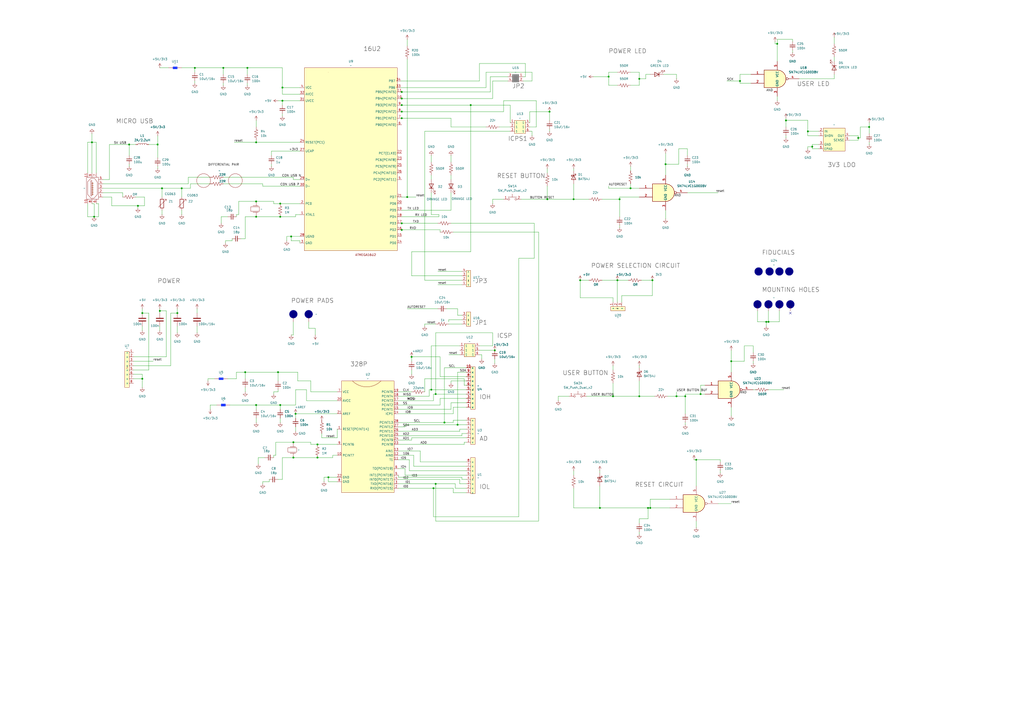
<source format=kicad_sch>
(kicad_sch (version 20250114) (generator "eeschema") (generator_version "9.0")
  (paper "A2")
  (lib_symbols
    (symbol "16MHZ_CRYSTAL_1"
      (symbol "16MHZ_CRYSTAL_1_1_1"
        (pin input line (at -3.81 2.54 0) (length 2.54) (name "") (number ""))
        (pin input line (at 5.08 2.54 180) (length 2.54) (name "") (number ""))
      )
    )
    (symbol "16MHZ_CRYSTAL_2"
      (symbol "16MHZ_CRYSTAL_2_1_1"
        (pin input line (at -3.81 2.54 0) (length 2.54) (name "") (number ""))
        (pin input line (at 5.08 2.54 180) (length 2.54) (name "") (number ""))
      )
    )
    (symbol "2PINHEADER_1"
      (property "Reference" "U" (at 0 0 0))
      (symbol "2PINHEADER_1_1_1"
        (pin input line (at -8.89 2.54 0) (length 2.54) (name "") (number "3"))
        (pin input line (at -8.89 0 0) (length 2.54) (name "") (number "4"))
        (pin input line (at 0 2.54 180) (length 2.54) (name "") (number "1"))
        (pin input line (at 0 0 180) (length 2.54) (name "") (number "2"))
      )
    )
    (symbol "74xGxx:SN74LVC1G00DBV"
      (property "Reference" "U" (at -5.08 7.62 0))
      (property "Value" "SN74LVC1G00DBV" (at 7.62 -7.62 0))
      (symbol "SN74LVC1G00DBV_1_1"
        (pin input line (at -15.24 2.54 0) (length 7.62) (name "~") (number "1"))
        (pin input line (at -15.24 -2.54 0) (length 7.62) (name "~") (number "2"))
        (pin power_in line (at 0 10.16 270) (length 5.08) (name "VCC") (number "5"))
        (pin power_in line (at 0 -10.16 90) (length 5.08) (name "GND") (number "3"))
        (pin output inverted (at 12.7 0 180) (length 7.62) (name "~") (number "4"))
      )
    )
    (symbol "Device:C" (pin_numbers (hide yes)) (pin_names (offset 0.254))
      (property "Reference" "C" (at 0.635 2.54 0))
      (property "Value" "C" (at 0.635 -2.54 0))
      (symbol "C_1_1"
        (pin passive line (at 0 3.81 270) (length 2.794) (name "~") (number "1"))
        (pin passive line (at 0 -3.81 90) (length 2.794) (name "~") (number "2"))
      )
    )
    (symbol "Device:C_Small" (pin_numbers (hide yes)) (pin_names (offset 0.254) (hide yes))
      (property "Reference" "C" (at 0.254 1.778 0))
      (property "Value" "C_Small" (at 0.254 -2.032 0))
      (symbol "C_Small_1_1"
        (pin passive line (at 0 2.54 270) (length 2.032) (name "~") (number "1"))
        (pin passive line (at 0 -2.54 90) (length 2.032) (name "~") (number "2"))
      )
    )
    (symbol "Device:L" (pin_numbers (hide yes)) (pin_names (offset 1.016) (hide yes))
      (property "Reference" "L" (at -1.27 0 90))
      (property "Value" "L" (at 1.905 0 90))
      (symbol "L_1_1"
        (pin passive line (at 0 3.81 270) (length 1.27) (name "1") (number "1"))
        (pin passive line (at 0 -3.81 90) (length 1.27) (name "2") (number "2"))
      )
    )
    (symbol "Device:LED" (pin_numbers (hide yes)) (pin_names (offset 1.016) (hide yes))
      (property "Reference" "D" (at 0 2.54 0))
      (property "Value" "LED" (at 0 -2.54 0))
      (symbol "LED_1_1"
        (pin passive line (at -3.81 0 0) (length 2.54) (name "K") (number "1"))
        (pin passive line (at 3.81 0 180) (length 2.54) (name "A") (number "2"))
      )
    )
    (symbol "Device:R_US" (pin_numbers (hide yes)) (pin_names (offset 0))
      (property "Reference" "R" (at 2.54 0 90))
      (property "Value" "R_US" (at -2.54 0 90))
      (symbol "R_US_1_1"
        (pin passive line (at 0 3.81 270) (length 1.27) (name "~") (number "1"))
        (pin passive line (at 0 -3.81 90) (length 1.27) (name "~") (number "2"))
      )
    )
    (symbol "Device:R_Variable" (pin_numbers (hide yes)) (pin_names (offset 0))
      (property "Reference" "R" (at 2.54 -2.54 90))
      (property "Value" "R_Variable" (at -2.54 -1.27 90))
      (symbol "R_Variable_1_1"
        (pin passive line (at 0 3.81 270) (length 1.27) (name "~") (number "1"))
        (pin passive line (at 0 -3.81 90) (length 1.27) (name "~") (number "2"))
      )
    )
    (symbol "Diode:BAT54J" (pin_numbers (hide yes)) (pin_names (offset 1.016) (hide yes))
      (property "Reference" "D" (at 0 2.54 0))
      (property "Value" "BAT54J" (at 0 -2.54 0))
      (symbol "BAT54J_1_1"
        (pin passive line (at -3.81 0 0) (length 2.54) (name "K") (number "1"))
        (pin passive line (at 3.81 0 180) (length 2.54) (name "A") (number "2"))
      )
    )
    (symbol "FIDUCIALS_1"
      (property "Reference" "U" (at 0 0 0))
      (symbol "FIDUCIALS_1_1_1"
        (pin input line (at -7.62 -3.81 90) (length 2.54) (name "") (number ""))
        (pin input line (at -1.27 -3.81 90) (length 2.54) (name "") (number ""))
        (pin input line (at 5.08 -3.81 90) (length 2.54) (name "") (number ""))
        (pin input line (at 11.43 -3.81 90) (length 2.54) (name "") (number ""))
      )
    )
    (symbol "MPZ_1"
      (property "Reference" "U" (at 0 0 0))
      (symbol "MPZ_1_1_1"
        (pin input line (at -6.35 1.27 0) (length 2.54) (name "") (number ""))
        (pin input line (at 1.27 1.27 180) (length 2.54) (name "") (number ""))
      )
    )
    (symbol "MPZ_2"
      (property "Reference" "U" (at 0 0 0))
      (symbol "MPZ_2_1_1"
        (pin input line (at -6.35 1.27 0) (length 2.54) (name "") (number ""))
        (pin input line (at 1.27 1.27 180) (length 2.54) (name "") (number ""))
      )
    )
    (symbol "New_Library_0:3PINHEADER"
      (property "Reference" "U" (at 0 0 0))
      (symbol "3PINHEADER_1_1"
        (text "J\n" (at 2.54 -10.414 0) (effects (font (size 1.27 1.27))))
        (pin input line (at -1.27 -7.62 0) (length 2.54) (name "x") (number "3"))
        (pin input line (at -1.27 -10.16 0) (length 2.54) (name "x") (number "2"))
        (pin input line (at -1.27 -12.7 0) (length 2.54) (name "x") (number "1"))
      )
    )
    (symbol "New_Library_0:4pinheader"
      (property "Reference" "U" (at -2.54 3.81 0))
      (symbol "4pinheader_1_1"
        (text "J\n" (at 0 1.016 0) (effects (font (size 1.27 1.27))))
        (pin input line (at -3.81 6.35 0) (length 2.54) (name "x") (number "4"))
        (pin input line (at -3.81 3.81 0) (length 2.54) (name "x") (number "3"))
        (pin input line (at -3.81 1.27 0) (length 2.54) (name "x") (number "2"))
        (pin input line (at -3.81 -1.27 0) (length 2.54) (name "x") (number "1"))
      )
    )
    (symbol "New_Library_0:6_PIN_HEADER"
      (property "Reference" "U" (at 0 0 0))
      (symbol "6_PIN_HEADER_1_1"
        (text "J\n" (at 0 -10.414 0) (effects (font (size 1.27 1.27))))
        (pin input line (at -3.81 0 0) (length 2.54) (name "x") (number "6"))
        (pin input line (at -3.81 -2.54 0) (length 2.54) (name "x") (number "5"))
        (pin input line (at -3.81 -5.08 0) (length 2.54) (name "x") (number "4"))
        (pin input line (at -3.81 -7.62 0) (length 2.54) (name "x") (number "3"))
        (pin input line (at -3.81 -10.16 0) (length 2.54) (name "x") (number "2"))
        (pin input line (at -3.81 -12.7 0) (length 2.54) (name "x") (number "1"))
      )
    )
    (symbol "New_Library_0:8_PIN_HEADER"
      (property "Reference" "U" (at 0 0 0))
      (symbol "8_PIN_HEADER_1_1"
        (text "J\n" (at 0 -9.144 0) (effects (font (size 1.27 1.27))))
        (pin input line (at -3.81 0 0) (length 2.54) (name "x") (number "8"))
        (pin input line (at -3.81 -2.54 0) (length 2.54) (name "x") (number "7"))
        (pin input line (at -3.81 -5.08 0) (length 2.54) (name "x") (number "6"))
        (pin input line (at -3.81 -7.62 0) (length 2.54) (name "x") (number "5"))
        (pin input line (at -3.81 -10.16 0) (length 2.54) (name "x") (number "4"))
        (pin input line (at -3.81 -12.7 0) (length 2.54) (name "x") (number "3"))
        (pin input line (at -3.81 -15.24 0) (length 2.54) (name "x") (number "2"))
        (pin input line (at -3.81 -17.78 0) (length 2.54) (name "x") (number "1"))
      )
    )
    (symbol "New_Library_0:ATMEGA16U2"
      (property "Reference" "U" (at -26.67 54.61 0))
      (symbol "ATMEGA16U2_1_1"
        (text "ATMEGA16U2" (at 10.16 -46.228 0) (effects (font (size 1.27 1.27))))
        (pin input line (at -27.94 50.8 0) (length 2.54) (name "VCC") (number "4"))
        (pin input line (at -27.94 46.99 0) (length 2.54) (name "AVCC") (number "32"))
        (pin input line (at -27.94 43.18 0) (length 2.54) (name "UVCC") (number "31"))
        (pin input line (at -27.94 19.05 0) (length 2.54) (name "RESET(PC1)") (number "24"))
        (pin input line (at -27.94 13.97 0) (length 2.54) (name "UCAP") (number "27"))
        (pin input line (at -27.94 -2.54 0) (length 2.54) (name "D+") (number "29"))
        (pin input line (at -27.94 -6.35 0) (length 2.54) (name "D-") (number "30"))
        (pin input line (at -27.94 -16.51 0) (length 2.54) (name "PC0") (number "2"))
        (pin input line (at -27.94 -22.86 0) (length 2.54) (name "XTAL1") (number "1"))
        (pin input line (at -27.94 -35.56 0) (length 2.54) (name "UGND") (number "28"))
        (pin input line (at -27.94 -39.37 0) (length 2.54) (name "GND") (number "3"))
        (pin input line (at 30.48 54.61 180) (length 2.54) (name "PB7") (number "34"))
        (pin input line (at 30.48 50.8 180) (length 2.54) (name "PB6") (number "33"))
        (pin input line (at 31.115 48.26 180) (length 2.54) (name "PB5(PCINT5)") (number "11"))
        (pin input line (at 31.115 44.45 180) (length 2.54) (name "PB4(PCINT4)") (number "10"))
        (pin input line (at 31.115 40.64 180) (length 2.54) (name "PB3(PCINT3)") (number "9"))
        (pin input line (at 31.115 36.83 180) (length 2.54) (name "PB2(PCINT2)") (number "8"))
        (pin input line (at 31.115 33.02 180) (length 2.54) (name "PB1(PCINT1)") (number "7"))
        (pin input line (at 31.115 29.21 180) (length 2.54) (name "PB0(PCINT0)") (number "6"))
        (pin input line (at 31.115 12.7 180) (length 2.54) (name "PC7(CLK0)") (number "22"))
        (pin input line (at 31.115 8.89 180) (length 2.54) (name "PC6(PCINT8)") (number "23"))
        (pin input line (at 31.115 5.08 180) (length 2.54) (name "PC5(PCINT9)") (number "25"))
        (pin input line (at 31.115 1.27 180) (length 2.54) (name "PC4(PCINT10)") (number "26"))
        (pin input line (at 31.115 -2.54 180) (length 2.54) (name "PC2(PCINT11)") (number "5"))
        (pin input line (at 31.115 -12.7 180) (length 2.54) (name "PD7") (number "21"))
        (pin input line (at 31.115 -16.51 180) (length 2.54) (name "PD6") (number "20"))
        (pin input line (at 31.115 -20.32 180) (length 2.54) (name "PD5") (number "19"))
        (pin input line (at 31.115 -24.13 180) (length 2.54) (name "PD4") (number "18"))
        (pin input line (at 31.115 -27.94 180) (length 2.54) (name "PD3") (number "17"))
        (pin input line (at 31.115 -31.75 180) (length 2.54) (name "PD2") (number "16"))
        (pin input line (at 31.115 -35.56 180) (length 2.54) (name "PD1") (number "15"))
        (pin input line (at 31.115 -39.37 180) (length 2.54) (name "PD0") (number "14"))
      )
    )
    (symbol "New_Library_0:ATMEGA32"
      (property "Reference" "U" (at -24.13 -3.81 0))
      (symbol "ATMEGA32_1_1"
        (pin input line (at -17.78 17.78 0) (length 2.54) (name "VCC") (number "7"))
        (pin input line (at -17.78 12.7 0) (length 2.54) (name "AVCC") (number "20"))
        (pin input line (at -17.78 5.08 0) (length 2.54) (name "AREF") (number "21"))
        (pin input line (at -17.78 -3.81 0) (length 2.54) (name "RESET(PCINT14)") (number "1"))
        (pin input line (at -17.78 -12.7 0) (length 2.54) (name "PCINT6") (number "9"))
        (pin input line (at -17.78 -19.05 0) (length 2.54) (name "PCINT7") (number "10"))
        (pin input line (at -17.78 -31.75 0) (length 2.54) (name "GND") (number "22"))
        (pin input line (at -17.78 -34.29 0) (length 2.54) (name "GND") (number "8"))
        (pin input line (at 17.78 17.78 180) (length 2.54) (name "PCINT5") (number "19"))
        (pin input line (at 17.78 15.24 180) (length 2.54) (name "PCINT4") (number "18"))
        (pin input line (at 17.78 12.7 180) (length 2.54) (name "PCINT3") (number "17"))
        (pin input line (at 17.78 10.16 180) (length 2.54) (name "PCINT2") (number "16"))
        (pin input line (at 17.78 7.62 180) (length 2.54) (name "PCINT1") (number "15"))
        (pin input line (at 17.78 5.08 180) (length 2.54) (name "ICP1") (number "14"))
        (pin input line (at 17.78 0 180) (length 2.54) (name "PCINT13") (number "28"))
        (pin input line (at 17.78 -2.54 180) (length 2.54) (name "PCINT12") (number "27"))
        (pin input line (at 17.78 -5.08 180) (length 2.54) (name "PCINT11") (number "26"))
        (pin input line (at 17.78 -7.62 180) (length 2.54) (name "PCINT10") (number "25"))
        (pin input line (at 17.78 -10.16 180) (length 2.54) (name "PCINT9") (number "24"))
        (pin input line (at 17.78 -12.7 180) (length 2.54) (name "PCINT8") (number "23"))
        (pin input line (at 17.78 -16.51 180) (length 2.54) (name "AIN1") (number "13"))
        (pin input line (at 17.78 -19.05 180) (length 2.54) (name "AIN0") (number "12"))
        (pin input line (at 17.78 -21.59 180) (length 2.54) (name "T1") (number "11"))
        (pin input line (at 17.78 -26.67 180) (length 2.54) (name "TO(PCINT19)") (number "6"))
        (pin input line (at 17.78 -30.48 180) (length 2.54) (name "INT1(PCINT18)") (number "5"))
        (pin input line (at 17.78 -33.02 180) (length 2.54) (name "INT0(PCINT17)") (number "4"))
        (pin input line (at 17.78 -35.56 180) (length 2.54) (name "TXD(PCINT16)") (number "3"))
        (pin input line (at 17.78 -38.1 180) (length 2.54) (name "RXD(PCINT15)") (number "2"))
      )
    )
    (symbol "New_Library_0:FIDUCIALS"
      (property "Reference" "U" (at 0 0 0))
    )
    (symbol "New_Library_0:MPZ"
      (property "Reference" "U" (at 0 0 0))
      (symbol "MPZ_1_1"
        (pin input line (at -6.35 1.27 0) (length 2.54) (name "") (number ""))
        (pin input line (at 1.27 1.27 180) (length 2.54) (name "") (number ""))
      )
    )
    (symbol "New_Library_0:TEN_PIN_HEADER"
      (property "Reference" "U" (at 0 0 0))
      (symbol "TEN_PIN_HEADER_1_1"
        (text "J\n" (at 0 -10.414 0) (effects (font (size 1.27 1.27))))
        (pin input line (at -3.81 0 0) (length 2.54) (name "x") (number "1"))
        (pin input line (at -3.81 -2.54 0) (length 2.54) (name "x") (number "2"))
        (pin input line (at -3.81 -5.08 0) (length 2.54) (name "x") (number "3"))
        (pin input line (at -3.81 -7.62 0) (length 2.54) (name "x") (number "4"))
        (pin input line (at -3.81 -10.16 0) (length 2.54) (name "x") (number "5"))
        (pin input line (at -3.81 -12.7 0) (length 2.54) (name "x") (number "6"))
        (pin input line (at -3.81 -15.24 0) (length 2.54) (name "x") (number "7"))
        (pin input line (at -3.81 -17.78 0) (length 2.54) (name "x") (number "8"))
        (pin input line (at -3.81 -20.32 0) (length 2.54) (name "x") (number "9"))
        (pin input line (at -3.81 -22.86 0) (length 2.54) (name "x") (number "10"))
      )
    )
    (symbol "New_Library_0:TL1963A33DCQR"
      (symbol "TL1963A33DCQR_1_1"
        (pin input line (at -6.35 7.62 0) (length 2.54) (name "IN") (number "2"))
        (pin input line (at -6.35 5.08 0) (length 2.54) (name "SHDN") (number "1"))
        (pin input line (at -6.35 0 0) (length 2.54) (name "GND") (number "3"))
        (pin input line (at -6.35 -2.54 0) (length 2.54) (name "EPAD") (number "6"))
        (pin input line (at 11.43 5.08 180) (length 2.54) (name "OUT") (number "4"))
        (pin input line (at 11.43 2.54 180) (length 2.54) (name "SENSE") (number "5"))
      )
    )
    (symbol "New_Library_0:USB"
      (symbol "USB_1_1"
        (pin input line (at -12.7 3.81 0) (length 2.54) (name "") (number "10"))
        (pin input line (at -12.7 1.27 0) (length 2.54) (name "") (number "8"))
        (pin input line (at -12.7 -1.27 0) (length 2.54) (name "") (number "6"))
        (pin input line (at -8.89 -5.08 90) (length 2.54) (name "") (number "1"))
        (pin input line (at -6.35 -5.08 90) (length 2.54) (name "") (number "2"))
        (pin input line (at -3.81 -5.08 90) (length 2.54) (name "") (number "3"))
        (pin input line (at -1.27 -5.08 90) (length 2.54) (name "") (number "4"))
        (pin input line (at 1.27 -5.08 90) (length 2.54) (name "") (number "5"))
        (pin input line (at 5.08 3.81 180) (length 2.54) (name "") (number "11"))
        (pin input line (at 5.08 1.27 180) (length 2.54) (name "") (number "9"))
        (pin input line (at 5.08 -1.27 180) (length 2.54) (name "") (number "7"))
      )
    )
    (symbol "New_Library_0:differential_pair")
    (symbol "New_Library_0:header"
      (property "Reference" "U" (at 0 0 0))
      (symbol "header_1_1"
        (pin input line (at -6.35 3.81 0) (length 2.54) (name "1") (number "1"))
        (pin input line (at -6.35 1.27 0) (length 2.54) (name "1") (number "2"))
        (pin input line (at -6.35 -1.27 0) (length 2.54) (name "1") (number "3"))
        (pin input line (at 5.08 3.81 180) (length 2.54) (name "1") (number "4"))
        (pin input line (at 5.08 1.27 180) (length 2.54) (name "1") (number "5"))
        (pin input line (at 5.08 -1.27 180) (length 2.54) (name "1") (number "6"))
      )
    )
    (symbol "PADS_1"
      (symbol "PADS_1_1_1"
        (pin input line (at -10.16 -2.54 90) (length 2.54) (name "") (number ""))
        (pin input line (at -1.27 -2.54 90) (length 2.54) (name "") (number ""))
      )
    )
    (symbol "Switch:SW_Push_Dual_x2" (pin_names (offset 1.016) (hide yes))
      (property "Reference" "SW" (at 1.27 2.54 0))
      (property "Value" "SW_Push_Dual_x2" (at 0 -1.524 0))
      (symbol "SW_Push_Dual_x2_1_1"
        (pin passive line (at -5.08 0 0) (length 2.54) (name "C") (number "1"))
        (pin passive line (at 5.08 0 180) (length 2.54) (name "D") (number "2"))
      )
      (symbol "SW_Push_Dual_x2_2_1"
        (pin passive line (at -5.08 0 0) (length 2.54) (name "C") (number "3"))
        (pin passive line (at 5.08 0 180) (length 2.54) (name "D") (number "4"))
      )
    )
    (symbol "power:+5V" (power) (pin_numbers (hide yes)) (pin_names (offset 0) (hide yes))
      (property "Value" "+5V" (at 0 3.556 0))
      (symbol "+5V_1_1"
        (pin power_in line (at 0 0 90) (length 0) (name "~") (number "1"))
      )
    )
    (symbol "power:GND" (power) (pin_numbers (hide yes)) (pin_names (offset 0) (hide yes))
      (property "Value" "GND" (at 0 -3.81 0))
      (symbol "GND_1_1"
        (pin power_in line (at 0 0 270) (length 0) (name "~") (number "1"))
      )
    )
  )
  (junction (at 397.51 229.87))
  (junction (at 233.045 53.34))
  (junction (at 386.08 95.25))
  (junction (at 252.73 280.67))
  (junction (at 250.19 226.06))
  (junction (at 252.73 228.6))
  (junction (at 148.59 82.55))
  (junction (at 504.19 73.66))
  (junction (at 332.74 115.57))
  (junction (at 233.045 129.54))
  (junction (at 148.59 125.73))
  (junction (at 102.87 181.61))
  (junction (at 406.4 228.6))
  (junction (at 318.77 64.77))
  (junction (at 93.98 109.22))
  (junction (at 91.44 83.82))
  (junction (at 471.17 85.09))
  (junction (at 317.5 115.57))
  (junction (at 365.76 109.22))
  (junction (at 233.045 57.15))
  (junction (at 403.86 266.7))
  (junction (at 163.83 50.8))
  (junction (at 82.55 181.61))
  (junction (at 347.98 294.64))
  (junction (at 265.43 246.38))
  (junction (at 184.15 257.81))
  (junction (at 359.41 115.57))
  (junction (at 54.61 125.73))
  (junction (at 392.43 229.87))
  (junction (at 468.63 76.2))
  (junction (at 445.77 186.69))
  (junction (at 370.84 229.87))
  (junction (at 444.5 186.69))
  (junction (at 80.01 119.38))
  (junction (at 375.92 294.64))
  (junction (at 184.15 265.43))
  (junction (at 336.55 162.56))
  (junction (at 148.59 234.95))
  (junction (at 74.93 83.82))
  (junction (at 238.76 207.01))
  (junction (at 53.34 82.55))
  (junction (at 162.56 125.73))
  (junction (at 113.03 39.37))
  (junction (at 358.14 162.56))
  (junction (at 92.71 180.34))
  (junction (at 233.045 60.96))
  (junction (at 233.045 68.58))
  (junction (at 168.91 137.16))
  (junction (at 377.19 294.64))
  (junction (at 190.5 276.86))
  (junction (at 257.81 245.11))
  (junction (at 355.6 229.87))
  (junction (at 148.59 116.84))
  (junction (at 171.45 240.03))
  (junction (at 233.045 133.35))
  (junction (at 378.46 162.56))
  (junction (at 251.46 283.21))
  (junction (at 162.56 234.95))
  (junction (at 497.84 80.01))
  (junction (at 455.93 69.85))
  (junction (at 143.51 39.37))
  (junction (at 82.55 219.71))
  (junction (at 273.05 60.96))
  (junction (at 233.045 64.77))
  (junction (at 142.24 215.9))
  (junction (at 105.41 109.22))
  (junction (at 429.26 46.99))
  (junction (at 287.02 203.2))
  (junction (at 162.56 118.11))
  (junction (at 370.84 45.72))
  (junction (at 170.18 256.54))
  (junction (at 353.06 44.45))
  (junction (at 163.83 58.42))
  (junction (at 424.18 209.55))
  (junction (at 161.29 215.9))
  (junction (at 129.54 39.37))
  (junction (at 236.22 114.3))
  (junction (at 450.85 25.4))
  (junction (at 170.18 265.43))
  (no_connect (at 458.47 181.61))
  (wire (pts (xy 341.63 115.57) (xy 332.74 115.57)))
  (wire (pts (xy 180.34 220.98) (xy 180.34 227.33)))
  (wire (pts (xy 278.13 36.83) (xy 278.13 46.99)))
  (wire (pts (xy 266.7 200.66) (xy 250.19 200.66)))
  (wire (pts (xy 168.91 137.16) (xy 166.37 137.16)))
  (wire (pts (xy 231.14 283.21) (xy 251.46 283.21)))
  (wire (pts (xy 110.49 106.68) (xy 121.92 106.68)))
  (wire (pts (xy 261.62 129.54) (xy 309.88 129.54)))
  (wire (pts (xy 349.25 162.56) (xy 358.14 162.56)))
  (wire (pts (xy 365.76 109.22) (xy 353.06 109.22)))
  (wire (pts (xy 152.4 107.95) (xy 152.4 106.68)))
  (wire (pts (xy 113.03 39.37) (xy 113.03 41.91)))
  (wire (pts (xy 128.27 129.54) (xy 128.27 125.73)))
  (wire (pts (xy 162.56 234.95) (xy 162.56 237.49)))
  (wire (pts (xy 110.49 109.22) (xy 110.49 106.68)))
  (wire (pts (xy 129.54 48.26) (xy 129.54 49.53)))
  (wire (pts (xy 234.95 247.65) (xy 231.14 247.65)))
  (wire (pts (xy 308.61 46.99) (xy 303.53 46.99)))
  (wire (pts (xy 233.045 129.54) (xy 254 129.54)))
  (wire (pts (xy 143.51 48.26) (xy 143.51 49.53)))
  (wire (pts (xy 397.51 228.6) (xy 397.51 229.87)))
  (wire (pts (xy 180.34 220.98) (xy 172.72 220.98)))
  (wire (pts (xy 504.19 71.12) (xy 504.19 73.66)))
  (wire (pts (xy 250.19 124.46) (xy 250.19 111.76)))
  (wire (pts (xy 281.94 50.8) (xy 281.94 41.91)))
  (wire (pts (xy 54.61 118.11) (xy 54.61 125.73)))
  (wire (pts (xy 474.98 86.36) (xy 471.17 86.36)))
  (wire (pts (xy 63.5 104.14) (xy 63.5 83.82)))
  (wire (pts (xy 370.84 41.91) (xy 370.84 45.72)))
  (wire (pts (xy 424.18 209.55) (xy 431.8 209.55)))
  (wire (pts (xy 170.18 104.14) (xy 173.99 104.14)))
  (wire (pts (xy 173.99 107.95) (xy 152.4 107.95)))
  (wire (pts (xy 173.99 139.7) (xy 168.91 139.7)))
  (wire (pts (xy 163.83 39.37) (xy 163.83 50.8)))
  (wire (pts (xy 370.84 308.61) (xy 370.84 309.88)))
  (wire (pts (xy 190.5 276.86) (xy 187.96 276.86)))
  (wire (pts (xy 269.24 256.54) (xy 270.51 256.54)))
  (wire (pts (xy 264.16 280.67) (xy 264.16 283.21)))
  (wire (pts (xy 231.14 232.41) (xy 251.46 232.41)))
  (wire (pts (xy 148.59 125.73) (xy 142.24 125.73)))
  (wire (pts (xy 50.8 125.73) (xy 54.61 125.73)))
  (wire (pts (xy 265.43 182.88) (xy 267.97 182.88)))
  (wire (pts (xy 163.83 60.96) (xy 163.83 58.42)))
  (wire (pts (xy 445.77 226.06) (xy 454.66 226.06)))
  (wire (pts (xy 231.14 250.19) (xy 266.7 250.19)))
  (wire (pts (xy 257.81 213.36) (xy 257.81 245.11)))
  (wire (pts (xy 50.8 100.33) (xy 50.8 82.55)))
  (wire (pts (xy 262.89 285.75) (xy 270.51 285.75)))
  (wire (pts (xy 267.97 185.42) (xy 260.35 185.42)))
  (wire (pts (xy 285.75 118.11) (xy 285.75 115.57)))
  (wire (pts (xy 234.95 246.38) (xy 234.95 247.65)))
  (wire (pts (xy 238.76 209.55) (xy 238.76 207.01)))
  (wire (pts (xy 232.41 133.35) (xy 233.045 133.35)))
  (wire (pts (xy 129.54 39.37) (xy 129.54 43.18)))
  (wire (pts (xy 304.8 36.83) (xy 278.13 36.83)))
  (wire (pts (xy 252.73 302.26) (xy 252.73 280.67)))
  (wire (pts (xy 177.8 226.06) (xy 177.8 232.41)))
  (wire (pts (xy 374.65 45.72) (xy 370.84 45.72)))
  (wire (pts (xy 233.045 114.3) (xy 236.22 114.3)))
  (wire (pts (xy 130.81 139.7) (xy 134.62 139.7)))
  (wire (pts (xy 259.08 179.07) (xy 265.43 179.07)))
  (wire (pts (xy 182.88 190.5) (xy 179.07 190.5)))
  (wire (pts (xy 109.22 106.68) (xy 109.22 102.87)))
  (wire (pts (xy 237.49 266.7) (xy 237.49 273.05)))
  (wire (pts (xy 55.88 100.33) (xy 55.88 82.55)))
  (wire (pts (xy 82.55 179.07) (xy 82.55 181.61)))
  (wire (pts (xy 323.85 229.87) (xy 330.2 229.87)))
  (wire (pts (xy 74.93 83.82) (xy 74.93 90.17)))
  (wire (pts (xy 398.78 86.36) (xy 398.78 90.17)))
  (wire (pts (xy 57.15 118.11) (xy 57.15 125.73)))
  (wire (pts (xy 294.64 46.99) (xy 285.75 46.99)))
  (wire (pts (xy 497.84 81.28) (xy 497.84 80.01)))
  (wire (pts (xy 53.34 100.33) (xy 53.34 82.55)))
  (wire (pts (xy 137.16 219.71) (xy 132.08 219.71)))
  (wire (pts (xy 261.62 220.98) (xy 270.51 220.98)))
  (wire (pts (xy 254.635 124.46) (xy 250.19 124.46)))
  (wire (pts (xy 148.59 116.84) (xy 158.75 116.84)))
  (wire (pts (xy 250.19 226.06) (xy 270.51 226.06)))
  (wire (pts (xy 455.93 68.58) (xy 455.93 69.85)))
  (wire (pts (xy 255.27 234.95) (xy 231.14 234.95)))
  (wire (pts (xy 403.86 302.26) (xy 403.86 306.07)))
  (wire (pts (xy 471.17 83.82) (xy 474.98 83.82)))
  (wire (pts (xy 332.74 273.05) (xy 332.74 275.59)))
  (wire (pts (xy 365.76 49.53) (xy 370.84 49.53)))
  (wire (pts (xy 386.08 88.9) (xy 386.08 95.25)))
  (wire (pts (xy 163.83 66.04) (xy 163.83 67.31)))
  (wire (pts (xy 285.75 193.04) (xy 285.75 200.66)))
  (wire (pts (xy 397.51 228.6) (xy 406.4 228.6)))
  (wire (pts (xy 163.83 39.37) (xy 143.51 39.37)))
  (wire (pts (xy 114.3 179.07) (xy 114.3 181.61)))
  (wire (pts (xy 300.99 149.86) (xy 300.99 299.72)))
  (wire (pts (xy 307.34 73.66) (xy 311.15 73.66)))
  (wire (pts (xy 295.91 60.96) (xy 295.91 71.12)))
  (wire (pts (xy 80.01 119.38) (xy 80.01 120.65)))
  (wire (pts (xy 195.58 276.86) (xy 190.5 276.86)))
  (wire (pts (xy 417.83 273.05) (xy 417.83 274.32)))
  (wire (pts (xy 59.69 109.22) (xy 93.98 109.22)))
  (wire (pts (xy 171.45 234.95) (xy 162.56 234.95)))
  (wire (pts (xy 248.92 226.06) (xy 250.19 226.06)))
  (wire (pts (xy 377.19 289.56) (xy 377.19 294.64)))
  (wire (pts (xy 359.41 115.57) (xy 359.41 125.73)))
  (wire (pts (xy 105.41 109.22) (xy 110.49 109.22)))
  (wire (pts (xy 397.51 229.87) (xy 392.43 229.87)))
  (wire (pts (xy 233.045 121.92) (xy 261.62 121.92)))
  (wire (pts (xy 252.73 302.26) (xy 312.42 302.26)))
  (wire (pts (xy 238.76 255.27) (xy 231.14 255.27)))
  (wire (pts (xy 269.24 219.71) (xy 246.38 219.71)))
  (wire (pts (xy 231.14 237.49) (xy 261.62 237.49)))
  (wire (pts (xy 77.47 219.71) (xy 82.55 219.71)))
  (wire (pts (xy 398.78 111.76) (xy 416.56 111.76)))
  (wire (pts (xy 449.58 24.13) (xy 449.58 25.4)))
  (wire (pts (xy 195.58 279.4) (xy 190.5 279.4)))
  (wire (pts (xy 173.99 139.7) (xy 173.99 140.97)))
  (wire (pts (xy 233.045 60.96) (xy 273.05 60.96)))
  (wire (pts (xy 377.19 43.18) (xy 374.65 43.18)))
  (wire (pts (xy 255.27 231.14) (xy 255.27 234.95)))
  (wire (pts (xy 246.38 162.56) (xy 267.97 162.56)))
  (wire (pts (xy 370.84 109.22) (xy 365.76 109.22)))
  (wire (pts (xy 270.51 246.38) (xy 265.43 246.38)))
  (wire (pts (xy 135.89 82.55) (xy 148.59 82.55)))
  (wire (pts (xy 431.8 200.66) (xy 436.88 200.66)))
  (wire (pts (xy 143.51 39.37) (xy 129.54 39.37)))
  (wire (pts (xy 273.05 60.96) (xy 295.91 60.96)))
  (wire (pts (xy 347.98 273.05) (xy 347.98 274.32)))
  (wire (pts (xy 138.43 124.46) (xy 137.16 124.46)))
  (wire (pts (xy 148.59 234.95) (xy 148.59 237.49)))
  (wire (pts (xy 307.34 64.77) (xy 318.77 64.77)))
  (wire (pts (xy 397.51 229.87) (xy 397.51 240.03)))
  (wire (pts (xy 375.92 300.99) (xy 370.84 300.99)))
  (wire (pts (xy 261.62 111.76) (xy 261.62 121.92)))
  (wire (pts (xy 180.34 227.33) (xy 195.58 227.33)))
  (wire (pts (xy 471.17 85.09) (xy 471.17 83.82)))
  (wire (pts (xy 261.62 237.49) (xy 261.62 233.68)))
  (wire (pts (xy 266.7 248.92) (xy 270.51 248.92)))
  (wire (pts (xy 157.48 87.63) (xy 173.99 87.63)))
  (wire (pts (xy 300.99 149.86) (xy 309.88 149.86)))
  (wire (pts (xy 163.83 58.42) (xy 173.99 58.42)))
  (wire (pts (xy 266.7 250.19) (xy 266.7 248.92)))
  (wire (pts (xy 171.45 226.06) (xy 171.45 234.95)))
  (wire (pts (xy 82.55 219.71) (xy 82.55 224.79)))
  (wire (pts (xy 142.24 138.43) (xy 139.7 138.43)))
  (wire (pts (xy 254 165.1) (xy 267.97 165.1)))
  (wire (pts (xy 163.83 278.13) (xy 161.29 278.13)))
  (wire (pts (xy 252.73 280.67) (xy 264.16 280.67)))
  (wire (pts (xy 59.69 106.68) (xy 109.22 106.68)))
  (wire (pts (xy 93.98 109.22) (xy 93.98 114.3)))
  (wire (pts (xy 193.04 265.43) (xy 184.15 265.43)))
  (wire (pts (xy 86.36 181.61) (xy 86.36 214.63)))
  (wire (pts (xy 179.07 190.5) (xy 179.07 186.69)))
  (wire (pts (xy 273.05 60.96) (xy 273.05 146.05)))
  (wire (pts (xy 187.96 276.86) (xy 187.96 279.4)))
  (wire (pts (xy 365.76 96.52) (xy 365.76 99.06)))
  (wire (pts (xy 336.55 172.72) (xy 355.6 172.72)))
  (wire (pts (xy 317.5 97.79) (xy 317.5 100.33)))
  (wire (pts (xy 120.65 220.98) (xy 120.65 219.71)))
  (wire (pts (xy 195.58 240.03) (xy 171.45 240.03)))
  (wire (pts (xy 180.34 256.54) (xy 180.34 257.81)))
  (wire (pts (xy 452.12 180.34) (xy 452.12 186.69)))
  (wire (pts (xy 233.045 68.58) (xy 261.62 68.58)))
  (wire (pts (xy 355.6 172.72) (xy 355.6 175.26)))
  (wire (pts (xy 77.47 217.17) (xy 82.55 217.17)))
  (wire (pts (xy 173.99 54.61) (xy 163.83 54.61)))
  (wire (pts (xy 163.83 265.43) (xy 163.83 278.13)))
  (wire (pts (xy 231.14 229.87) (xy 248.92 229.87)))
  (wire (pts (xy 102.87 189.23) (xy 102.87 193.04)))
  (wire (pts (xy 170.18 194.31) (xy 168.91 194.31)))
  (wire (pts (xy 270.51 215.9) (xy 265.43 215.9)))
  (wire (pts (xy 308.61 41.91) (xy 308.61 46.99)))
  (wire (pts (xy 105.41 39.37) (xy 113.03 39.37)))
  (wire (pts (xy 449.58 25.4) (xy 450.85 25.4)))
  (wire (pts (xy 232.41 57.15) (xy 233.045 57.15)))
  (wire (pts (xy 231.14 266.7) (xy 237.49 266.7)))
  (wire (pts (xy 231.14 276.86) (xy 231.14 275.59)))
  (wire (pts (xy 170.18 265.43) (xy 163.83 265.43)))
  (wire (pts (xy 234.95 275.59) (xy 234.95 271.78)))
  (wire (pts (xy 232.41 60.96) (xy 233.045 60.96)))
  (wire (pts (xy 83.82 114.3) (xy 83.82 119.38)))
  (wire (pts (xy 374.65 43.18) (xy 374.65 45.72)))
  (wire (pts (xy 162.56 118.11) (xy 173.99 118.11)))
  (wire (pts (xy 455.93 78.74) (xy 455.93 80.01)))
  (wire (pts (xy 142.24 224.79) (xy 142.24 227.33)))
  (wire (pts (xy 170.18 256.54) (xy 180.34 256.54)))
  (wire (pts (xy 455.93 73.66) (xy 455.93 69.85)))
  (wire (pts (xy 92.71 179.07) (xy 92.71 180.34)))
  (wire (pts (xy 365.76 106.68) (xy 365.76 109.22)))
  (wire (pts (xy 270.51 223.52) (xy 269.24 223.52)))
  (wire (pts (xy 285.75 200.66) (xy 278.13 200.66)))
  (wire (pts (xy 236.22 179.07) (xy 254 179.07)))
  (wire (pts (xy 251.46 232.41) (xy 251.46 228.6)))
  (wire (pts (xy 266.7 280.67) (xy 270.51 280.67)))
  (wire (pts (xy 261.62 233.68) (xy 270.51 233.68)))
  (wire (pts (xy 173.99 124.46) (xy 171.45 124.46)))
  (wire (pts (xy 158.75 264.16) (xy 158.75 265.43)))
  (wire (pts (xy 138.43 116.84) (xy 138.43 124.46)))
  (wire (pts (xy 231.14 261.62) (xy 243.84 261.62)))
  (wire (pts (xy 53.34 82.55) (xy 53.34 77.47)))
  (wire (pts (xy 262.89 240.03) (xy 231.14 240.03)))
  (wire (pts (xy 130.81 140.97) (xy 130.81 139.7)))
  (wire (pts (xy 403.86 281.94) (xy 403.86 266.7)))
  (wire (pts (xy 377.19 294.64) (xy 375.92 294.64)))
  (wire (pts (xy 128.27 125.73) (xy 132.08 125.73)))
  (wire (pts (xy 270.51 275.59) (xy 234.95 275.59)))
  (wire (pts (xy 359.41 114.3) (xy 359.41 115.57)))
  (wire (pts (xy 166.37 137.16) (xy 166.37 139.7)))
  (wire (pts (xy 157.48 95.25) (xy 157.48 96.52)))
  (wire (pts (xy 246.38 189.23) (xy 246.38 187.96)))
  (wire (pts (xy 114.3 189.23) (xy 114.3 193.04)))
  (wire (pts (xy 148.59 81.28) (xy 148.59 82.55)))
  (wire (pts (xy 252.73 193.04) (xy 285.75 193.04)))
  (wire (pts (xy 270.51 278.13) (xy 267.97 278.13)))
  (wire (pts (xy 170.18 186.69) (xy 170.18 194.31)))
  (wire (pts (xy 254 157.48) (xy 267.97 157.48)))
  (wire (pts (xy 74.93 83.82) (xy 78.74 83.82)))
  (wire (pts (xy 468.63 69.85) (xy 468.63 76.2)))
  (wire (pts (xy 281.94 41.91) (xy 308.61 41.91)))
  (wire (pts (xy 184.15 265.43) (xy 170.18 265.43)))
  (wire (pts (xy 265.43 246.38) (xy 234.95 246.38)))
  (wire (pts (xy 270.51 254) (xy 238.76 254)))
  (wire (pts (xy 161.29 220.98) (xy 161.29 215.9)))
  (wire (pts (xy 317.5 107.95) (xy 317.5 115.57)))
  (wire (pts (xy 450.85 25.4) (xy 450.85 22.86)))
  (wire (pts (xy 279.4 205.74) (xy 279.4 208.28)))
  (wire (pts (xy 393.7 95.25) (xy 393.7 86.36)))
  (wire (pts (xy 359.41 115.57) (xy 349.25 115.57)))
  (wire (pts (xy 255.27 133.35) (xy 255.27 134.62)))
  (wire (pts (xy 429.26 46.99) (xy 421.64 46.99)))
  (wire (pts (xy 287.02 208.28) (xy 287.02 210.82)))
  (wire (pts (xy 50.8 82.55) (xy 53.34 82.55)))
  (wire (pts (xy 378.46 171.45) (xy 360.68 171.45)))
  (wire (pts (xy 261.62 101.6) (xy 261.62 104.14)))
  (wire (pts (xy 388.62 294.64) (xy 377.19 294.64)))
  (wire (pts (xy 347.98 294.64) (xy 332.74 294.64)))
  (wire (pts (xy 353.06 44.45) (xy 353.06 49.53)))
  (wire (pts (xy 142.24 215.9) (xy 142.24 219.71)))
  (wire (pts (xy 96.52 207.01) (xy 96.52 180.34)))
  (wire (pts (xy 355.6 229.87) (xy 370.84 229.87)))
  (wire (pts (xy 332.74 294.64) (xy 332.74 283.21)))
  (wire (pts (xy 317.5 115.57) (xy 332.74 115.57)))
  (wire (pts (xy 148.59 242.57) (xy 148.59 245.11)))
  (wire (pts (xy 261.62 222.25) (xy 261.62 220.98)))
  (wire (pts (xy 450.85 35.56) (xy 450.85 25.4)))
  (wire (pts (xy 285.75 46.99) (xy 285.75 57.15)))
  (wire (pts (xy 431.8 209.55) (xy 431.8 200.66)))
  (wire (pts (xy 358.14 162.56) (xy 364.49 162.56)))
  (wire (pts (xy 260.35 205.74) (xy 266.7 205.74)))
  (wire (pts (xy 424.18 209.55) (xy 424.18 215.9)))
  (wire (pts (xy 444.5 186.69) (xy 439.42 186.69)))
  (wire (pts (xy 156.21 279.4) (xy 156.21 278.13)))
  (wire (pts (xy 233.045 53.34) (xy 284.48 53.34)))
  (wire (pts (xy 471.17 86.36) (xy 471.17 85.09)))
  (wire (pts (xy 138.43 116.84) (xy 148.59 116.84)))
  (wire (pts (xy 370.84 229.87) (xy 370.84 220.98)))
  (wire (pts (xy 388.62 289.56) (xy 377.19 289.56)))
  (wire (pts (xy 59.69 111.76) (xy 71.12 111.76)))
  (wire (pts (xy 177.8 232.41) (xy 195.58 232.41)))
  (wire (pts (xy 177.8 226.06) (xy 171.45 226.06)))
  (wire (pts (xy 483.87 33.02) (xy 483.87 35.56)))
  (wire (pts (xy 162.56 125.73) (xy 148.59 125.73)))
  (wire (pts (xy 370.84 212.09) (xy 370.84 213.36)))
  (wire (pts (xy 497.84 80.01) (xy 499.11 80.01)))
  (wire (pts (xy 83.82 119.38) (xy 80.01 119.38)))
  (wire (pts (xy 468.63 76.2) (xy 468.63 78.74)))
  (wire (pts (xy 161.29 227.33) (xy 161.29 226.06)))
  (wire (pts (xy 233.045 57.15) (xy 285.75 57.15)))
  (wire (pts (xy 237.49 273.05) (xy 270.51 273.05)))
  (wire (pts (xy 109.22 102.87) (xy 121.92 102.87)))
  (wire (pts (xy 261.62 90.17) (xy 261.62 93.98)))
  (wire (pts (xy 262.89 236.22) (xy 262.89 240.03)))
  (wire (pts (xy 64.77 119.38) (xy 64.77 114.3)))
  (wire (pts (xy 240.03 264.16) (xy 231.14 264.16)))
  (wire (pts (xy 318.77 74.93) (xy 318.77 76.2)))
  (wire (pts (xy 161.29 215.9) (xy 172.72 215.9)))
  (wire (pts (xy 120.65 219.71) (xy 124.46 219.71)))
  (wire (pts (xy 64.77 119.38) (xy 80.01 119.38)))
  (wire (pts (xy 134.62 139.7) (xy 134.62 138.43)))
  (wire (pts (xy 92.71 189.23) (xy 92.71 191.77)))
  (wire (pts (xy 429.26 43.18) (xy 429.26 46.99)))
  (wire (pts (xy 92.71 39.37) (xy 97.79 39.37)))
  (wire (pts (xy 332.74 115.57) (xy 332.74 106.68)))
  (wire (pts (xy 231.14 280.67) (xy 252.73 280.67)))
  (wire (pts (xy 163.83 50.8) (xy 163.83 54.61)))
  (wire (pts (xy 148.59 69.85) (xy 148.59 73.66)))
  (wire (pts (xy 499.11 80.01) (xy 499.11 73.66)))
  (wire (pts (xy 261.62 73.66) (xy 261.62 68.58)))
  (wire (pts (xy 142.24 125.73) (xy 142.24 138.43)))
  (wire (pts (xy 173.99 137.16) (xy 168.91 137.16)))
  (wire (pts (xy 129.54 106.68) (xy 152.4 106.68)))
  (wire (pts (xy 304.8 44.45) (xy 304.8 36.83)))
  (wire (pts (xy 403.86 266.7) (xy 417.83 266.7)))
  (wire (pts (xy 483.87 21.59) (xy 483.87 25.4)))
  (wire (pts (xy 231.14 245.11) (xy 257.81 245.11)))
  (wire (pts (xy 161.29 58.42) (xy 163.83 58.42)))
  (wire (pts (xy 292.1 58.42) (xy 292.1 64.77)))
  (wire (pts (xy 57.15 125.73) (xy 54.61 125.73)))
  (wire (pts (xy 393.7 86.36) (xy 398.78 86.36)))
  (wire (pts (xy 273.05 146.05) (xy 238.76 146.05)))
  (wire (pts (xy 424.18 203.2) (xy 424.18 209.55)))
  (wire (pts (xy 232.41 50.8) (xy 281.94 50.8)))
  (wire (pts (xy 392.43 227.33) (xy 392.43 229.87)))
  (wire (pts (xy 358.14 162.56) (xy 358.14 175.26)))
  (wire (pts (xy 435.61 43.18) (xy 429.26 43.18)))
  (wire (pts (xy 149.86 269.24) (xy 149.86 265.43)))
  (wire (pts (xy 359.41 130.81) (xy 359.41 132.08)))
  (wire (pts (xy 397.51 245.11) (xy 397.51 246.38)))
  (wire (pts (xy 105.41 109.22) (xy 105.41 114.3)))
  (wire (pts (xy 238.76 160.02) (xy 238.76 146.05)))
  (wire (pts (xy 270.51 270.51) (xy 240.03 270.51)))
  (wire (pts (xy 318.77 64.77) (xy 318.77 69.85)))
  (wire (pts (xy 323.85 232.41) (xy 323.85 229.87)))
  (wire (pts (xy 468.63 86.36) (xy 468.63 85.09)))
  (wire (pts (xy 347.98 281.94) (xy 347.98 294.64)))
  (wire (pts (xy 168.91 139.7) (xy 168.91 137.16)))
  (wire (pts (xy 148.59 82.55) (xy 173.99 82.55)))
  (wire (pts (xy 77.47 207.01) (xy 96.52 207.01)))
  (wire (pts (xy 355.6 212.09) (xy 355.6 214.63)))
  (wire (pts (xy 267.97 252.73) (xy 267.97 251.46)))
  (wire (pts (xy 233.045 125.73) (xy 254.635 125.73)))
  (wire (pts (xy 353.06 107.95) (xy 353.06 109.22)))
  (wire (pts (xy 77.47 209.55) (xy 88.9 209.55)))
  (wire (pts (xy 99.06 181.61) (xy 99.06 212.09)))
  (wire (pts (xy 281.94 73.66) (xy 261.62 73.66)))
  (wire (pts (xy 424.18 236.22) (xy 424.18 241.3)))
  (wire (pts (xy 240.03 270.51) (xy 240.03 264.16)))
  (wire (pts (xy 129.54 39.37) (xy 113.03 39.37)))
  (wire (pts (xy 149.86 265.43) (xy 153.67 265.43)))
  (wire (pts (xy 113.03 46.99) (xy 113.03 48.26)))
  (wire (pts (xy 353.06 49.53) (xy 358.14 49.53)))
  (wire (pts (xy 93.98 121.92) (xy 93.98 124.46)))
  (wire (pts (xy 82.55 181.61) (xy 86.36 181.61)))
  (wire (pts (xy 429.26 46.99) (xy 429.26 48.26)))
  (wire (pts (xy 307.34 71.12) (xy 307.34 64.77)))
  (wire (pts (xy 257.81 245.11) (xy 262.89 245.11)))
  (wire (pts (xy 435.61 48.26) (xy 429.26 48.26)))
  (wire (pts (xy 233.045 133.35) (xy 255.27 133.35)))
  (wire (pts (xy 450.85 22.86) (xy 459.74 22.86)))
  (wire (pts (xy 455.93 69.85) (xy 468.63 69.85)))
  (wire (pts (xy 250.19 200.66) (xy 250.19 226.06)))
  (wire (pts (xy 173.99 50.8) (xy 163.83 50.8)))
  (wire (pts (xy 267.97 278.13) (xy 267.97 276.86)))
  (wire (pts (xy 137.16 215.9) (xy 137.16 219.71)))
  (wire (pts (xy 195.58 254) (xy 186.69 254)))
  (wire (pts (xy 260.35 185.42) (xy 260.35 186.69)))
  (wire (pts (xy 238.76 214.63) (xy 238.76 217.17)))
  (wire (pts (xy 234.95 271.78) (xy 231.14 271.78)))
  (wire (pts (xy 303.53 44.45) (xy 304.8 44.45)))
  (wire (pts (xy 252.73 193.04) (xy 252.73 228.6)))
  (wire (pts (xy 255.27 218.44) (xy 270.51 218.44)))
  (wire (pts (xy 231.14 252.73) (xy 267.97 252.73)))
  (wire (pts (xy 182.88 194.31) (xy 182.88 190.5)))
  (wire (pts (xy 86.36 214.63) (xy 77.47 214.63)))
  (wire (pts (xy 53.34 118.11) (xy 54.61 118.11)))
  (wire (pts (xy 402.59 266.7) (xy 403.86 266.7)))
  (wire (pts (xy 375.92 294.64) (xy 347.98 294.64)))
  (wire (pts (xy 236.22 22.86) (xy 236.22 26.67)))
  (wire (pts (xy 78.74 114.3) (xy 83.82 114.3)))
  (wire (pts (xy 284.48 44.45) (xy 284.48 53.34)))
  (wire (pts (xy 82.55 217.17) (xy 82.55 219.71)))
  (wire (pts (xy 445.77 180.34) (xy 445.77 186.69)))
  (wire (pts (xy 459.74 22.86) (xy 459.74 24.13)))
  (wire (pts (xy 243.84 267.97) (xy 270.51 267.97)))
  (wire (pts (xy 125.73 234.95) (xy 121.92 234.95)))
  (wire (pts (xy 379.73 229.87) (xy 370.84 229.87)))
  (wire (pts (xy 250.19 90.17) (xy 250.19 93.98)))
  (wire (pts (xy 417.83 266.7) (xy 417.83 267.97)))
  (wire (pts (xy 232.41 68.58) (xy 233.045 68.58)))
  (wire (pts (xy 309.88 149.86) (xy 309.88 129.54)))
  (wire (pts (xy 445.77 186.69) (xy 444.5 186.69)))
  (wire (pts (xy 255.27 207.01) (xy 255.27 218.44)))
  (wire (pts (xy 270.51 236.22) (xy 262.89 236.22)))
  (wire (pts (xy 416.56 292.1) (xy 424.18 292.1)))
  (wire (pts (xy 370.84 300.99) (xy 370.84 303.53)))
  (wire (pts (xy 312.42 134.62) (xy 312.42 302.26)))
  (wire (pts (xy 302.26 115.57) (xy 317.5 115.57)))
  (wire (pts (xy 332.74 97.79) (xy 332.74 99.06)))
  (wire (pts (xy 96.52 180.34) (xy 92.71 180.34)))
  (wire (pts (xy 278.13 205.74) (xy 279.4 205.74)))
  (wire (pts (xy 278.13 203.2) (xy 287.02 203.2)))
  (wire (pts (xy 143.51 39.37) (xy 143.51 43.18)))
  (wire (pts (xy 158.75 227.33) (xy 161.29 227.33)))
  (wire (pts (xy 92.71 180.34) (xy 92.71 181.61)))
  (wire (pts (xy 184.15 257.81) (xy 195.58 257.81)))
  (wire (pts (xy 86.36 83.82) (xy 91.44 83.82)))
  (wire (pts (xy 308.61 76.2) (xy 308.61 78.74)))
  (wire (pts (xy 459.74 29.21) (xy 459.74 30.48)))
  (wire (pts (xy 370.84 45.72) (xy 370.84 49.53)))
  (wire (pts (xy 408.94 223.52) (xy 406.4 223.52)))
  (wire (pts (xy 152.4 279.4) (xy 156.21 279.4)))
  (wire (pts (xy 160.02 256.54) (xy 170.18 256.54)))
  (wire (pts (xy 102.87 179.07) (xy 102.87 181.61)))
  (wire (pts (xy 365.76 41.91) (xy 370.84 41.91)))
  (wire (pts (xy 91.44 96.52) (xy 91.44 97.79)))
  (wire (pts (xy 236.22 114.3) (xy 241.3 114.3)))
  (wire (pts (xy 497.84 80.01) (xy 497.84 78.74)))
  (wire (pts (xy 186.69 254) (xy 186.69 251.46)))
  (wire (pts (xy 436.88 209.55) (xy 436.88 210.82)))
  (wire (pts (xy 129.54 102.87) (xy 170.18 102.87)))
  (wire (pts (xy 468.63 78.74) (xy 474.98 78.74)))
  (wire (pts (xy 142.24 215.9) (xy 161.29 215.9)))
  (wire (pts (xy 251.46 299.72) (xy 300.99 299.72)))
  (wire (pts (xy 355.6 222.25) (xy 355.6 229.87)))
  (wire (pts (xy 160.02 264.16) (xy 158.75 264.16)))
  (wire (pts (xy 63.5 83.82) (xy 74.93 83.82)))
  (wire (pts (xy 359.41 114.3) (xy 370.84 114.3)))
  (wire (pts (xy 254.635 124.46) (xy 254.635 125.73)))
  (wire (pts (xy 238.76 207.01) (xy 255.27 207.01)))
  (wire (pts (xy 232.41 129.54) (xy 233.045 129.54)))
  (wire (pts (xy 266.7 278.13) (xy 266.7 280.67)))
  (wire (pts (xy 233.045 64.77) (xy 292.1 64.77)))
  (wire (pts (xy 59.69 104.14) (xy 63.5 104.14)))
  (wire (pts (xy 386.08 95.25) (xy 393.7 95.25)))
  (wire (pts (xy 105.41 121.92) (xy 105.41 124.46)))
  (wire (pts (xy 172.72 220.98) (xy 172.72 215.9)))
  (wire (pts (xy 375.92 294.64) (xy 375.92 300.99)))
  (wire (pts (xy 232.41 64.77) (xy 233.045 64.77)))
  (wire (pts (xy 378.46 162.56) (xy 378.46 171.45)))
  (wire (pts (xy 353.06 44.45) (xy 353.06 41.91)))
  (wire (pts (xy 262.89 245.11) (xy 262.89 243.84)))
  (wire (pts (xy 157.48 90.17) (xy 157.48 87.63)))
  (wire (pts (xy 238.76 160.02) (xy 267.97 160.02)))
  (wire (pts (xy 77.47 212.09) (xy 99.06 212.09)))
  (wire (pts (xy 344.17 44.45) (xy 353.06 44.45)))
  (wire (pts (xy 360.68 171.45) (xy 360.68 175.26)))
  (wire (pts (xy 158.75 116.84) (xy 158.75 118.11)))
  (wire (pts (xy 238.76 227.33) (xy 231.14 227.33)))
  (wire (pts (xy 64.77 114.3) (xy 59.69 114.3)))
  (wire (pts (xy 436.88 200.66) (xy 436.88 204.47)))
  (wire (pts (xy 231.14 278.13) (xy 266.7 278.13)))
  (wire (pts (xy 251.46 283.21) (xy 251.46 299.72)))
  (wire (pts (xy 341.63 162.56) (xy 336.55 162.56)))
  (wire (pts (xy 121.92 234.95) (xy 121.92 237.49)))
  (wire (pts (xy 246.38 187.96) (xy 252.73 187.96)))
  (wire (pts (xy 160.02 256.54) (xy 160.02 264.16)))
  (wire (pts (xy 236.22 34.29) (xy 236.22 114.3)))
  (wire (pts (xy 231.14 257.81) (xy 269.24 257.81)))
  (wire (pts (xy 262.89 134.62) (xy 312.42 134.62)))
  (wire (pts (xy 492.76 81.28) (xy 497.84 81.28)))
  (wire (pts (xy 406.4 223.52) (xy 406.4 228.6)))
  (wire (pts (xy 248.92 226.06) (xy 248.92 229.87)))
  (wire (pts (xy 170.18 102.87) (xy 170.18 104.14)))
  (wire (pts (xy 499.11 73.66) (xy 504.19 73.66)))
  (wire (pts (xy 497.84 78.74) (xy 492.76 78.74)))
  (wire (pts (xy 246.38 76.2) (xy 246.38 162.56)))
  (wire (pts (xy 269.24 257.81) (xy 269.24 256.54)))
  (wire (pts (xy 289.56 73.66) (xy 295.91 73.66)))
  (wire (pts (xy 392.43 43.18) (xy 392.43 45.72)))
  (wire (pts (xy 436.88 226.06) (xy 438.15 226.06)))
  (wire (pts (xy 264.16 283.21) (xy 270.51 283.21)))
  (wire (pts (xy 251.46 283.21) (xy 262.89 283.21)))
  (wire (pts (xy 190.5 279.4) (xy 190.5 276.86)))
  (wire (pts (xy 294.64 44.45) (xy 284.48 44.45)))
  (wire (pts (xy 353.06 41.91) (xy 358.14 41.91)))
  (wire (pts (xy 265.43 215.9) (xy 265.43 246.38)))
  (wire (pts (xy 483.87 45.72) (xy 463.55 45.72)))
  (wire (pts (xy 269.24 223.52) (xy 269.24 219.71)))
  (wire (pts (xy 148.59 234.95) (xy 133.35 234.95)))
  (wire (pts (xy 158.75 118.11) (xy 162.56 118.11)))
  (wire (pts (xy 270.51 213.36) (xy 257.81 213.36)))
  (wire (pts (xy 311.15 73.66) (xy 311.15 58.42)))
  (wire (pts (xy 267.97 276.86) (xy 231.14 276.86)))
  (wire (pts (xy 372.11 162.56) (xy 378.46 162.56)))
  (wire (pts (xy 180.34 257.81) (xy 184.15 257.81)))
  (wire (pts (xy 398.78 95.25) (xy 398.78 96.52)))
  (wire (pts (xy 295.91 76.2) (xy 246.38 76.2)))
  (wire (pts (xy 285.75 115.57) (xy 292.1 115.57)))
  (wire (pts (xy 162.56 234.95) (xy 148.59 234.95)))
  (wire (pts (xy 232.41 46.99) (xy 278.13 46.99)))
  (wire (pts (xy 262.89 283.21) (xy 262.89 285.75)))
  (wire (pts (xy 439.42 186.69) (xy 439.42 180.34)))
  (wire (pts (xy 195.58 248.92) (xy 195.58 254)))
  (wire (pts (xy 142.24 215.9) (xy 137.16 215.9)))
  (wire (pts (xy 452.12 186.69) (xy 445.77 186.69)))
  (wire (pts (xy 450.85 55.88) (xy 450.85 58.42)))
  (wire (pts (xy 243.84 261.62) (xy 243.84 267.97)))
  (wire (pts (xy 262.89 243.84) (xy 270.51 243.84)))
  (wire (pts (xy 162.56 242.57) (xy 162.56 245.11)))
  (wire (pts (xy 93.98 109.22) (xy 105.41 109.22)))
  (wire (pts (xy 267.97 251.46) (xy 270.51 251.46)))
  (wire (pts (xy 71.12 111.76) (xy 71.12 114.3)))
  (wire (pts (xy 137.16 124.46) (xy 137.16 125.73)))
  (wire (pts (xy 386.08 121.92) (xy 386.08 127)))
  (wire (pts (xy 171.45 247.65) (xy 171.45 250.19)))
  (wire (pts (xy 82.55 189.23) (xy 82.55 191.77)))
  (wire (pts (xy 171.45 124.46) (xy 171.45 125.73)))
  (wire (pts (xy 504.19 73.66) (xy 504.19 77.47)))
  (wire (pts (xy 232.41 53.34) (xy 233.045 53.34)))
  (wire (pts (xy 158.75 228.6) (xy 158.75 227.33)))
  (wire (pts (xy 246.38 219.71) (xy 246.38 227.33)))
  (wire (pts (xy 152.4 280.67) (xy 152.4 279.4)))
  (wire (pts (xy 195.58 264.16) (xy 193.04 264.16)))
  (wire (pts (xy 387.35 229.87) (xy 392.43 229.87)))
  (wire (pts (xy 171.45 240.03) (xy 171.45 242.57)))
  (wire (pts (xy 386.08 95.25) (xy 386.08 101.6)))
  (wire (pts (xy 474.98 76.2) (xy 468.63 76.2)))
  (wire (pts (xy 311.15 58.42) (xy 292.1 58.42)))
  (wire (pts (xy 444.5 189.23) (xy 444.5 186.69)))
  (wire (pts (xy 74.93 95.25) (xy 74.93 96.52)))
  (wire (pts (xy 91.44 83.82) (xy 91.44 91.44)))
  (wire (pts (xy 260.35 187.96) (xy 267.97 187.96)))
  (wire (pts (xy 468.63 85.09) (xy 471.17 85.09)))
  (wire (pts (xy 102.87 181.61) (xy 99.06 181.61)))
  (wire (pts (xy 250.19 101.6) (xy 250.19 104.14)))
  (wire (pts (xy 265.43 179.07) (xy 265.43 182.88)))
  (wire (pts (xy 238.76 254) (xy 238.76 255.27)))
  (wire (pts (xy 406.4 228.6) (xy 408.94 228.6)))
  (wire (pts (xy 50.8 118.11) (xy 50.8 125.73)))
  (wire (pts (xy 91.44 78.74) (xy 91.44 83.82)))
  (wire (pts (xy 483.87 43.18) (xy 483.87 45.72)))
  (wire (pts (xy 251.46 228.6) (xy 252.73 228.6)))
  (wire (pts (xy 53.34 82.55) (xy 55.88 82.55)))
  (wire (pts (xy 336.55 162.56) (xy 336.55 172.72)))
  (wire (pts (xy 252.73 228.6) (xy 270.51 228.6)))
  (wire (pts (xy 384.81 43.18) (xy 392.43 43.18)))
  (wire (pts (xy 504.19 82.55) (xy 504.19 83.82)))
  (wire (pts (xy 171.45 125.73) (xy 162.56 125.73)))
  (wire (pts (xy 55.88 118.11) (xy 57.15 118.11)))
  (wire (pts (xy 193.04 264.16) (xy 193.04 265.43)))
  (wire (pts (xy 270.51 231.14) (xy 255.27 231.14)))
  (wire (pts (xy 307.34 76.2) (xy 308.61 76.2)))
  (wire (pts (xy 340.36 229.87) (xy 355.6 229.87)))
  (label " CON USB N" (at 162.56 102.87 0))
  (label "SCL" (at 260.35 213.36 0))
  (label "CON USB P" (at 162.56 107.95 0))
  (label "IO8" (at 234.95 240.03 0))
  (label "USER BUTTON" (at 326.39 218.44 0) (effects (font (size 2.54 2.54))))
  (label "reset" (at 88.9 209.55 0))
  (label "IO3" (at 238.76 276.86 0))
  (label "reset" (at 453.39 226.06 0))
  (label "ICSP" (at 288.29 196.85 0) (effects (font (size 2.54 2.54))))
  (label "MOSI" (at 236.22 232.41 0))
  (label "AUTORESET" (at 353.06 107.95 0))
  (label "106" (at 233.68 264.16 0))
  (label "AD0" (at 243.84 257.81 0))
  (label "ICPS1" (at 294.64 82.55 0) (effects (font (size 2.54 2.54))))
  (label "TX LED" (at 236.22 121.92 0))
  (label "reset" (at 424.18 292.1 0))
  (label "SS" (at 233.68 234.95 0))
  (label "reset" (at 247.65 187.96 0))
  (label "16U2" (at 210.82 30.48 0) (effects (font (size 2.54 2.54))))
  (label "IO5" (at 232.41 266.7 0))
  (label "AND" (at 391.16 114.3 0))
  (label "MOUNTING HOLES" (at 441.96 170.18 0) (effects (font (size 2.54 2.54))))
  (label "JP1" (at 275.59 189.23 0) (effects (font (size 2.54 2.54))))
  (label "TXD" (at 239.395 129.54 0))
  (label "RXD" (at 237.49 133.35 0))
  (label "CLK" (at 233.68 227.33 0))
  (label "SCK" (at 421.64 46.99 0))
  (label "I00" (at 233.68 283.21 0))
  (label "328P" (at 203.2 213.36 0) (effects (font (size 2.54 2.54))))
  (label "reset" (at 241.3 114.3 0))
  (label "RESET CIRCUIT" (at 368.3 283.21 0) (effects (font (size 2.54 2.54))))
  (label "RX LED" (at 240.665 125.73 0))
  (label "USER BUTTON BUF" (at 392.43 227.33 0))
  (label "USER LED" (at 462.28 50.8 0) (effects (font (size 2.54 2.54))))
  (label "POWER" (at 91.44 165.1 0) (effects (font (size 2.54 2.54))))
  (label "FIDUCIALS" (at 441.96 148.59 0) (effects (font (size 2.54 2.54))))
  (label "POWER LED" (at 353.06 31.75 0) (effects (font (size 2.54 2.54))))
  (label "USER BUTTON" (at 342.9 229.87 0))
  (label "RESET BUTTON" (at 288.29 104.14 0) (effects (font (size 2.54 2.54))))
  (label "POWER PADS" (at 168.91 176.53 0) (effects (font (size 2.54 2.54))))
  (label "IO9" (at 236.22 237.49 0))
  (label "AND" (at 429.26 228.6 0))
  (label "MISO" (at 233.68 229.87 0))
  (label "AND" (at 444.5 53.34 0))
  (label "reset" (at 254 157.48 0))
  (label "3V3 LDO" (at 480.06 97.79 0) (effects (font (size 2.54 2.54))))
  (label "IO7" (at 236.22 261.62 0))
  (label "BUTTON RESET" (at 307.34 115.57 0))
  (label "IO4" (at 232.41 271.78 0))
  (label "reset" (at 254 165.1 0))
  (label "reset" (at 135.89 82.55 0))
  (label "AUTORESET" (at 236.22 179.07 0))
  (label "5V USB" (at 66.04 83.82 0))
  (label "DIFFERENTIAL PAIR" (at 120.65 96.52 0))
  (label "IOL" (at 278.13 284.48 0) (effects (font (size 2.54 2.54))))
  (label "JP3" (at 275.59 165.1 0) (effects (font (size 2.54 2.54))))
  (label "POWER SELECTION CIRCUIT" (at 342.9 156.21 0) (effects (font (size 2.54 2.54))))
  (label "SDA" (at 233.68 247.65 0))
  (label "AD3" (at 238.76 250.19 0))
  (label "SDA" (at 266.7 215.9 0))
  (label "reset" (at 189.23 254 0))
  (label "JP2" (at 297.18 52.07 0) (effects (font (size 2.54 2.54))))
  (label "AD" (at 278.13 256.54 0) (effects (font (size 2.54 2.54))))
  (label "IOH" (at 278.13 232.41 0) (effects (font (size 2.54 2.54))))
  (label "I01" (at 234.95 280.67 0))
  (label "SCL" (at 240.03 245.11 0))
  (label "reset" (at 260.35 205.74 0))
  (label "MOSI" (at 236.22 232.41 0))
  (label "reset" (at 415.29 111.76 0))
  (label "MICRO USB" (at 67.31 72.39 0) (effects (font (size 2.54 2.54))))
  (label "IO2" (at 233.68 278.13 0))
  (label "AD1" (at 233.68 255.27 0))
  (label "+3V3" (at 167.64 87.63 0))
  (label "AD2" (at 233.68 252.73 0))
  (symbol (lib_id "Device:C_Small") (at 74.93 92.71 0) (unit 1)
    (property "Reference" "C28" (at 77.47 91.4462 0) (effects (justify left)))
    (property "Value" "100u" (at 77.47 93.9862 0) (effects (justify left)))
    (property "Footprint" "Capacitor_SMD:CP_Elec_4x3.9" (effects (hide yes)))
    (property "Description" "Unpolarized capacitor, small symbol" (effects (hide yes)))
  )
  (symbol (lib_id "power:GND") (at 250.19 90.17 180) (unit 1)
    (property "Reference" "#PWR051" (effects (hide yes)))
    (property "Value" "GND" (at 250.19 85.09 0))
    (property "Description" "Power symbol creates a global label with name \"GND\" , ground" (effects (hide yes)))
  )
  (symbol (lib_id "Device:R_US") (at 345.44 162.56 90) (unit 1)
    (property "Reference" "R18" (effects (hide yes)))
    (property "Value" "OR" (at 345.694 165.1 90))
    (property "Footprint" "Resistor_SMD:R_0402_1005Metric_Pad0.72x0.64mm_HandSolder" (effects (hide yes)))
    (property "Description" "Resistor, US symbol" (effects (hide yes)))
  )
  (symbol (lib_id "power:+5V") (at 186.69 243.84 0) (unit 1)
    (property "Reference" "#PWR010" (effects (hide yes)))
    (property "Value" "+5V/3V3" (at 186.69 238.76 0))
    (property "Description" "Power symbol creates a global label with name \"+5V\"" (effects (hide yes)))
  )
  (symbol (lib_id "power:GND") (at 114.3 193.04 0) (unit 1)
    (property "Reference" "#PWR016" (effects (hide yes)))
    (property "Value" "GND" (at 114.3 198.12 0))
    (property "Description" "Power symbol creates a global label with name \"GND\" , ground" (effects (hide yes)))
  )
  (symbol (lib_id "power:+5V") (at 332.74 273.05 0) (unit 1)
    (property "Reference" "#PWR089" (effects (hide yes)))
    (property "Value" "+5V/3V3" (at 332.74 267.97 0))
    (property "Description" "Power symbol creates a global label with name \"+5V\"" (effects (hide yes)))
  )
  (symbol (lib_id "power:+5V") (at 114.3 179.07 0) (unit 1)
    (property "Reference" "#PWR020" (effects (hide yes)))
    (property "Value" "+5V/3v3" (at 114.3 173.99 0))
    (property "Description" "Power symbol creates a global label with name \"+5V\"" (effects (hide yes)))
  )
  (symbol (lib_id "power:GND") (at 93.98 124.46 0) (unit 1)
    (property "Reference" "#PWR074" (effects (hide yes)))
    (property "Value" "GND" (at 93.98 129.54 0))
    (property "Description" "Power symbol creates a global label with name \"GND\" , ground" (effects (hide yes)))
  )
  (symbol (lib_id "power:GND") (at 318.77 76.2 0) (unit 1)
    (property "Reference" "#PWR039" (effects (hide yes)))
    (property "Value" "GND" (at 318.77 81.28 0))
    (property "Description" "Power symbol creates a global label with name \"GND\" , ground" (effects (hide yes)))
  )
  (symbol (lib_id "power:GND") (at 91.44 97.79 0) (unit 1)
    (property "Reference" "#PWR072" (effects (hide yes)))
    (property "Value" "GND" (at 91.44 102.87 0))
    (property "Description" "Power symbol creates a global label with name \"GND\" , ground" (effects (hide yes)))
  )
  (symbol (lib_name "MPZ_1") (lib_id "New_Library_0:MPZ") (at 132.08 236.22 0) (unit 1)
    (property "Reference" "U6" (at 129.54 231.14 0))
    (property "Value" "~" (at 129.54 232.41 0))
    (property "Footprint" "ARDUINO LIBRARY PCB:crystal" (effects (hide yes)))
  )
  (symbol (lib_id "Device:C_Small") (at 91.44 93.98 0) (unit 1)
    (property "Reference" "C29" (at 93.98 92.7162 0) (effects (justify left)))
    (property "Value" "100u" (at 93.98 95.2562 0) (effects (justify left)))
    (property "Footprint" "Capacitor_SMD:CP_Elec_4x3.9" (effects (hide yes)))
    (property "Description" "Unpolarized capacitor, small symbol" (effects (hide yes)))
  )
  (symbol (lib_id "power:GND") (at 102.87 193.04 0) (unit 1)
    (property "Reference" "#PWR015" (effects (hide yes)))
    (property "Value" "GND" (at 102.87 198.12 0))
    (property "Description" "Power symbol creates a global label with name \"GND\" , ground" (effects (hide yes)))
  )
  (symbol (lib_id "Device:R_US") (at 365.76 102.87 0) (unit 1)
    (property "Reference" "R11" (effects (hide yes)))
    (property "Value" "10k" (at 368.3 102.8699 0) (effects (justify left)))
    (property "Footprint" "Resistor_SMD:R_0402_1005Metric_Pad0.72x0.64mm_HandSolder" (effects (hide yes)))
    (property "Description" "Resistor, US symbol" (effects (hide yes)))
  )
  (symbol (lib_id "power:GND") (at 163.83 67.31 0) (unit 1)
    (property "Reference" "#PWR029" (effects (hide yes)))
    (property "Value" "GND" (at 163.83 72.39 0))
    (property "Description" "Power symbol creates a global label with name \"GND\" , ground" (effects (hide yes)))
  )
  (symbol (lib_id "Device:C_Small") (at 436.88 207.01 0) (unit 1)
    (property "Reference" "C30" (at 439.42 205.7462 0) (effects (justify left)))
    (property "Value" "100n" (at 439.42 208.2862 0) (effects (justify left)))
    (property "Footprint" "Capacitor_SMD:CP_Elec_4x3.9" (effects (hide yes)))
    (property "Description" "Unpolarized capacitor, small symbol" (effects (hide yes)))
  )
  (symbol (lib_id "Device:C_Small") (at 370.84 306.07 0) (unit 1)
    (property "Reference" "C34" (at 373.38 304.8062 0) (effects (justify left)))
    (property "Value" "100n" (at 373.38 307.3462 0) (effects (justify left)))
    (property "Footprint" "Capacitor_SMD:CP_Elec_4x3.9" (effects (hide yes)))
    (property "Description" "Unpolarized capacitor, small symbol" (effects (hide yes)))
  )
  (symbol (lib_id "power:GND") (at 279.4 208.28 0) (unit 1)
    (property "Reference" "#PWR034" (effects (hide yes)))
    (property "Value" "GND" (at 279.4 213.36 0))
    (property "Description" "Power symbol creates a global label with name \"GND\" , ground" (effects (hide yes)))
  )
  (symbol (lib_id "power:GND") (at 171.45 250.19 0) (unit 1)
    (property "Reference" "#PWR05" (effects (hide yes)))
    (property "Value" "GND" (at 175.26 251.46 0))
    (property "Description" "Power symbol creates a global label with name \"GND\" , ground" (effects (hide yes)))
  )
  (symbol (lib_id "New_Library_0:TEN_PIN_HEADER") (at 274.32 236.22 0) (mirror x) (unit 1)
    (property "Reference" "U4" (at 276.86 225.7426 0) (effects (justify left)))
    (property "Value" "~" (at 276.86 223.8375 0) (effects (justify left)))
    (property "Footprint" "ARDUINO LIBRARY PCB:10pinheader" (effects (hide yes)))
  )
  (symbol (lib_id "Diode:BAT54J") (at 370.84 217.17 270) (unit 1)
    (property "Reference" "D6" (at 373.38 215.5824 90) (effects (justify left)))
    (property "Value" "BAT54J" (at 373.38 218.1224 90) (effects (justify left)))
    (property "Footprint" "Diode_SMD:D_SOD-323F" (effects (hide yes)))
    (property "Datasheet" "https://assets.nexperia.com/documents/data-sheet/BAT54J.pdf" (effects (hide yes)))
    (property "Description" "30V 200mA Schottky diode, SOD-323F" (effects (hide yes)))
  )
  (symbol (lib_id "Device:R_Variable") (at 93.98 118.11 0) (unit 1)
    (property "Reference" "Z1" (at 97.79 116.8399 0) (effects (justify left)))
    (property "Value" "CG063" (at 95.504 112.522 0) (effects (justify left)))
    (property "Footprint" "Resistor_SMD:R_1812_4532Metric_Pad1.30x3.40mm_HandSolder" (effects (hide yes)))
    (property "Description" "Variable resistor" (effects (hide yes)))
  )
  (symbol (lib_id "power:GND") (at 105.41 124.46 0) (unit 1)
    (property "Reference" "#PWR075" (effects (hide yes)))
    (property "Value" "GND" (at 105.41 129.54 0))
    (property "Description" "Power symbol creates a global label with name \"GND\" , ground" (effects (hide yes)))
  )
  (symbol (lib_id "power:+5V") (at 449.58 24.13 0) (unit 1)
    (property "Reference" "#PWR056" (effects (hide yes)))
    (property "Value" "+5V/3V3" (at 449.58 19.05 0))
    (property "Description" "Power symbol creates a global label with name \"+5V\"" (effects (hide yes)))
  )
  (symbol (lib_id "power:GND") (at 82.55 191.77 0) (unit 1)
    (property "Reference" "#PWR013" (effects (hide yes)))
    (property "Value" "GND" (at 82.55 196.85 0))
    (property "Description" "Power symbol creates a global label with name \"GND\" , ground" (effects (hide yes)))
  )
  (symbol (lib_name "MPZ_2") (lib_id "New_Library_0:MPZ") (at 104.14 40.64 0) (unit 1)
    (property "Reference" "U11" (at 101.6 35.56 0))
    (property "Value" "~" (at 101.6 36.83 0))
    (property "Footprint" "ARDUINO LIBRARY PCB:crystal" (effects (hide yes)))
  )
  (symbol (lib_id "Device:C") (at 92.71 185.42 0) (unit 1)
    (property "Reference" "C10" (effects (hide yes)))
    (property "Value" "100n" (at 87.376 188.976 0) (effects (justify left)))
    (property "Footprint" "Capacitor_SMD:CP_Elec_4x3.9" (effects (hide yes)))
    (property "Description" "Unpolarized capacitor" (effects (hide yes)))
  )
  (symbol (lib_id "Device:C_Small") (at 238.76 212.09 0) (unit 1)
    (property "Reference" "C20" (at 241.3 210.8262 0) (effects (justify left)))
    (property "Value" "10uf/16v" (at 241.3 213.3662 0) (effects (justify left)))
    (property "Footprint" "Capacitor_SMD:CP_Elec_4x3.9" (effects (hide yes)))
    (property "Description" "Unpolarized capacitor, small symbol" (effects (hide yes)))
  )
  (symbol (lib_id "Device:R_US") (at 186.69 247.65 180) (unit 1)
    (property "Reference" "R1" (at 189.23 246.3799 0) (effects (justify right)))
    (property "Value" "10k" (at 189.23 248.9199 0) (effects (justify right)))
    (property "Footprint" "Resistor_SMD:R_0402_1005Metric_Pad0.72x0.64mm_HandSolder" (effects (hide yes)))
    (property "Description" "Resistor, US symbol" (effects (hide yes)))
  )
  (symbol (lib_id "Device:C_Small") (at 359.41 128.27 0) (unit 1)
    (property "Reference" "C22" (at 361.95 127.0062 0) (effects (justify left)))
    (property "Value" "100n" (at 361.95 129.5462 0) (effects (justify left)))
    (property "Footprint" "Capacitor_SMD:CP_Elec_4x3.9" (effects (hide yes)))
    (property "Description" "Unpolarized capacitor, small symbol" (effects (hide yes)))
  )
  (symbol (lib_id "power:+5V") (at 238.76 207.01 0) (unit 1)
    (property "Reference" "#PWR038" (effects (hide yes)))
    (property "Value" "+AREF" (at 242.316 203.708 0))
    (property "Description" "Power symbol creates a global label with name \"+5V\"" (effects (hide yes)))
  )
  (symbol (lib_id "power:+5V") (at 82.55 179.07 0) (unit 1)
    (property "Reference" "#PWR017" (effects (hide yes)))
    (property "Value" "+5V" (at 82.55 173.99 0))
    (property "Description" "Power symbol creates a global label with name \"+5V\"" (effects (hide yes)))
  )
  (symbol (lib_id "Device:C_Small") (at 398.78 92.71 0) (unit 1)
    (property "Reference" "C23" (at 401.32 91.4462 0) (effects (justify left)))
    (property "Value" "100n" (at 401.32 93.9862 0) (effects (justify left)))
    (property "Footprint" "Capacitor_SMD:CP_Elec_4x3.9" (effects (hide yes)))
    (property "Description" "Unpolarized capacitor, small symbol" (effects (hide yes)))
  )
  (symbol (lib_id "New_Library_0:ATMEGA16U2") (at 201.93 101.6 0) (unit 1)
    (property "Reference" "U9" (at 203.5175 35.56 0))
    (property "Value" "~" (at 203.5175 38.1 0))
    (property "Footprint" "ARDUINO LIBRARY PCB:ATMEGA16U2" (effects (hide yes)))
  )
  (symbol (lib_id "Device:R_US") (at 383.54 229.87 90) (unit 1)
    (property "Reference" "R25" (effects (hide yes)))
    (property "Value" "22r" (at 383.54 226.06 90))
    (property "Footprint" "Resistor_SMD:R_0402_1005Metric_Pad0.72x0.64mm_HandSolder" (effects (hide yes)))
    (property "Description" "Resistor, US symbol" (effects (hide yes)))
  )
  (symbol (lib_id "New_Library_0:ATMEGA32") (at 213.36 245.11 0) (unit 1)
    (property "Reference" "U2" (at 213.36 217.17 0))
    (property "Value" "~" (at 213.36 219.71 0))
    (property "Footprint" "ARDUINO LIBRARY PCB:ATMEGA32" (effects (hide yes)))
  )
  (symbol (lib_id "power:+5V") (at 120.65 220.98 180) (unit 1)
    (property "Reference" "#PWR08" (effects (hide yes)))
    (property "Value" "+5V/3v3" (at 120.65 226.06 0))
    (property "Description" "Power symbol creates a global label with name \"+5V\"" (effects (hide yes)))
  )
  (symbol (lib_id "Device:R_US") (at 285.75 73.66 90) (unit 1)
    (property "Reference" "R8" (effects (hide yes)))
    (property "Value" "22r" (at 285.75 69.85 90))
    (property "Footprint" "Resistor_SMD:R_0402_1005Metric_Pad0.72x0.64mm_HandSolder" (effects (hide yes)))
    (property "Description" "Resistor, US symbol" (effects (hide yes)))
  )
  (symbol (lib_id "Device:R_US") (at 257.81 129.54 270) (unit 1)
    (property "Reference" "R6" (effects (hide yes)))
    (property "Value" "10k" (at 257.81 125.73 90))
    (property "Footprint" "Resistor_SMD:R_0402_1005Metric_Pad0.72x0.64mm_HandSolder" (effects (hide yes)))
    (property "Description" "Resistor, US symbol" (effects (hide yes)))
  )
  (symbol (lib_id "power:GND") (at 287.02 210.82 0) (unit 1)
    (property "Reference" "#PWR033" (effects (hide yes)))
    (property "Value" "GND" (at 287.02 215.9 0))
    (property "Description" "Power symbol creates a global label with name \"GND\" , ground" (effects (hide yes)))
  )
  (symbol (lib_id "Device:R_US") (at 361.95 49.53 90) (unit 1)
    (property "Reference" "R16" (effects (hide yes)))
    (property "Value" "550R" (at 361.95 45.72 90))
    (property "Footprint" "Resistor_SMD:R_0402_1005Metric_Pad0.72x0.64mm_HandSolder" (effects (hide yes)))
    (property "Description" "Resistor, US symbol" (effects (hide yes)))
  )
  (symbol (lib_id "Device:R_Variable") (at 105.41 118.11 0) (unit 1)
    (property "Reference" "Z2" (at 109.22 116.8399 0) (effects (justify left)))
    (property "Value" "CG063" (at 108.458 113.284 0) (effects (justify left)))
    (property "Footprint" "Resistor_SMD:R_1812_4532Metric_Pad1.30x3.40mm_HandSolder" (effects (hide yes)))
    (property "Description" "Variable resistor" (effects (hide yes)))
  )
  (symbol (lib_id "Device:C_Small") (at 156.21 265.43 90) (unit 1)
    (property "Reference" "C7" (at 153.67 259.842 90))
    (property "Value" "18p" (at 154.686 261.62 90))
    (property "Footprint" "Capacitor_SMD:CP_Elec_4x3.9" (effects (hide yes)))
    (property "Description" "Unpolarized capacitor, small symbol" (effects (hide yes)))
  )
  (symbol (lib_id "Device:C_Small") (at 134.62 125.73 90) (unit 1)
    (property "Reference" "C13" (at 132.08 120.142 90))
    (property "Value" "18p" (at 133.096 121.92 90))
    (property "Footprint" "Capacitor_SMD:CP_Elec_4x3.9" (effects (hide yes)))
    (property "Description" "Unpolarized capacitor, small symbol" (effects (hide yes)))
  )
  (symbol (lib_id "power:GND") (at 424.18 241.3 0) (unit 1)
    (property "Reference" "#PWR083" (effects (hide yes)))
    (property "Value" "GND" (at 424.18 246.38 0))
    (property "Description" "Power symbol creates a global label with name \"GND\" , ground" (effects (hide yes)))
  )
  (symbol (lib_id "Device:R_US") (at 261.62 97.79 0) (unit 1)
    (property "Reference" "R14" (effects (hide yes)))
    (property "Value" "550R" (at 264.16 97.7899 0) (effects (justify left)))
    (property "Footprint" "Resistor_SMD:R_0402_1005Metric_Pad0.72x0.64mm_HandSolder" (effects (hide yes)))
    (property "Description" "Resistor, US symbol" (effects (hide yes)))
  )
  (symbol (lib_id "Device:R_US") (at 441.96 226.06 90) (unit 1)
    (property "Reference" "R27" (effects (hide yes)))
    (property "Value" "560R" (at 442.214 228.6 90))
    (property "Footprint" "Resistor_SMD:R_0402_1005Metric_Pad0.72x0.64mm_HandSolder" (effects (hide yes)))
    (property "Description" "Resistor, US symbol" (effects (hide yes)))
  )
  (symbol (lib_id "Device:C") (at 82.55 185.42 0) (unit 1)
    (property "Reference" "C9" (effects (hide yes)))
    (property "Value" "100n" (at 77.216 187.96 0) (effects (justify left)))
    (property "Footprint" "Capacitor_SMD:CP_Elec_4x3.9" (effects (hide yes)))
    (property "Description" "Unpolarized capacitor" (effects (hide yes)))
  )
  (symbol (lib_id "power:GND") (at 323.85 232.41 0) (unit 1)
    (property "Reference" "#PWR076" (effects (hide yes)))
    (property "Value" "GND" (at 323.85 237.49 0))
    (property "Description" "Power symbol creates a global label with name \"GND\" , ground" (effects (hide yes)))
  )
  (symbol (lib_id "power:GND") (at 152.4 280.67 0) (unit 1)
    (property "Reference" "#PWR07" (effects (hide yes)))
    (property "Value" "GND" (at 152.4 285.75 0))
    (property "Description" "Power symbol creates a global label with name \"GND\" , ground" (effects (hide yes)))
  )
  (symbol (lib_id "Device:C_Small") (at 397.51 242.57 0) (unit 1)
    (property "Reference" "C31" (at 400.05 241.3062 0) (effects (justify left)))
    (property "Value" "100n" (at 400.05 243.8462 0) (effects (justify left)))
    (property "Footprint" "Capacitor_SMD:CP_Elec_4x3.9" (effects (hide yes)))
    (property "Description" "Unpolarized capacitor, small symbol" (effects (hide yes)))
  )
  (symbol (lib_id "New_Library_0:USB") (at 54.61 105.41 90) (unit 1)
    (property "Reference" "U21" (effects (hide yes)))
    (property "Value" "~" (at 49.53 109.22 90) (effects (justify left)))
    (property "Footprint" "ARDUINO LIBRARY PCB:MICRRO USB" (effects (hide yes)))
  )
  (symbol (lib_id "power:GND") (at 397.51 246.38 0) (unit 1)
    (property "Reference" "#PWR082" (effects (hide yes)))
    (property "Value" "GND" (at 397.51 251.46 0))
    (property "Description" "Power symbol creates a global label with name \"GND\" , ground" (effects (hide yes)))
  )
  (symbol (lib_id "power:GND") (at 53.34 77.47 180) (unit 1)
    (property "Reference" "#PWR068" (effects (hide yes)))
    (property "Value" "GND" (at 53.34 72.39 0))
    (property "Description" "Power symbol creates a global label with name \"GND\" , ground" (effects (hide yes)))
  )
  (symbol (lib_id "power:+5V") (at 504.19 71.12 0) (unit 1)
    (property "Reference" "#PWR063" (effects (hide yes)))
    (property "Value" "+5V/3V3" (at 508.508 69.088 0))
    (property "Description" "Power symbol creates a global label with name \"+5V\"" (effects (hide yes)))
  )
  (symbol (lib_name "PADS_1") (lib_id "New_Library_0:PADS") (at 180.34 184.15 0) (unit 1)
    (property "Reference" "U25" (effects (hide yes)))
    (property "Value" "~" (at 182.88 182.245 0) (effects (justify left)))
    (property "Footprint" "ARDUINO LIBRARY PCB:POWER PADS" (effects (hide yes)))
  )
  (symbol (lib_id "Device:C_Small") (at 143.51 45.72 0) (unit 1)
    (property "Reference" "C16" (at 146.05 44.4562 0) (effects (justify left)))
    (property "Value" "100n" (at 146.05 46.9962 0) (effects (justify left)))
    (property "Footprint" "Capacitor_SMD:CP_Elec_4x3.9" (effects (hide yes)))
    (property "Description" "Unpolarized capacitor, small symbol" (effects (hide yes)))
  )
  (symbol (lib_id "power:GND") (at 113.03 48.26 0) (unit 1)
    (property "Reference" "#PWR025" (effects (hide yes)))
    (property "Value" "GND" (at 113.03 53.34 0))
    (property "Description" "Power symbol creates a global label with name \"GND\" , ground" (effects (hide yes)))
  )
  (symbol (lib_id "power:GND") (at 450.85 58.42 0) (unit 1)
    (property "Reference" "#PWR057" (effects (hide yes)))
    (property "Value" "GND" (at 450.85 63.5 0))
    (property "Description" "Power symbol creates a global label with name \"GND\" , ground" (effects (hide yes)))
  )
  (symbol (lib_id "power:GND") (at 92.71 191.77 0) (unit 1)
    (property "Reference" "#PWR014" (effects (hide yes)))
    (property "Value" "GND" (at 92.71 196.85 0))
    (property "Description" "Power symbol creates a global label with name \"GND\" , ground" (effects (hide yes)))
  )
  (symbol (lib_id "Device:R_US") (at 125.73 102.87 270) (unit 1)
    (property "Reference" "R22" (effects (hide yes)))
    (property "Value" "22R" (at 129.032 101.346 90))
    (property "Footprint" "Resistor_SMD:R_0402_1005Metric_Pad0.72x0.64mm_HandSolder" (effects (hide yes)))
    (property "Description" "Resistor, US symbol" (effects (hide yes)))
  )
  (symbol (lib_id "Device:R_US") (at 368.3 162.56 90) (unit 1)
    (property "Reference" "R19" (effects (hide yes)))
    (property "Value" "OR" (at 368.554 165.1 90))
    (property "Footprint" "Resistor_SMD:R_0402_1005Metric_Pad0.72x0.64mm_HandSolder" (effects (hide yes)))
    (property "Description" "Resistor, US symbol" (effects (hide yes)))
  )
  (symbol (lib_id "power:+5V") (at 92.71 39.37 0) (unit 1)
    (property "Reference" "#PWR028" (effects (hide yes)))
    (property "Value" "+5V/3V3" (at 92.71 34.29 0))
    (property "Description" "Power symbol creates a global label with name \"+5V\"" (effects (hide yes)))
  )
  (symbol (lib_id "74xGxx:SN74LVC1G00DBV") (at 386.08 111.76 0) (unit 1)
    (property "Reference" "U14" (at 401.32 105.3398 0))
    (property "Value" "SN74LVC1G00DBV" (at 401.32 107.8798 0))
    (property "Footprint" "Package_TO_SOT_SMD:SOT-23-5" (effects (hide yes)))
    (property "Datasheet" "http://www.ti.com/lit/ds/symlink/sn74lvc1g00.pdf" (effects (hide yes)))
    (property "Description" "Single NAND Gate, Low-Voltage CMOS, SOT-23" (effects (hide yes)))
  )
  (symbol (lib_id "power:+5V") (at 355.6 212.09 0) (unit 1)
    (property "Reference" "#PWR077" (effects (hide yes)))
    (property "Value" "+5V/3V3" (at 355.6 207.01 0))
    (property "Description" "Power symbol creates a global label with name \"+5V\"" (effects (hide yes)))
  )
  (symbol (lib_id "74xGxx:SN74LVC1G00DBV") (at 424.18 226.06 0) (unit 1)
    (property "Reference" "U23" (at 439.42 219.6398 0))
    (property "Value" "SN74LVC1G00DBV" (at 439.42 222.1798 0))
    (property "Footprint" "Package_TO_SOT_SMD:SOT-23-5" (effects (hide yes)))
    (property "Datasheet" "http://www.ti.com/lit/ds/symlink/sn74lvc1g00.pdf" (effects (hide yes)))
    (property "Description" "Single NAND Gate, Low-Voltage CMOS, SOT-23" (effects (hide yes)))
  )
  (symbol (lib_id "power:GND") (at 129.54 49.53 0) (unit 1)
    (property "Reference" "#PWR026" (effects (hide yes)))
    (property "Value" "GND" (at 129.54 54.61 0))
    (property "Description" "Power symbol creates a global label with name \"GND\" , ground" (effects (hide yes)))
  )
  (symbol (lib_id "power:+5V") (at 365.76 96.52 0) (unit 1)
    (property "Reference" "#PWR045" (effects (hide yes)))
    (property "Value" "+5V/3V3" (at 365.76 91.44 0))
    (property "Description" "Power symbol creates a global label with name \"+5V\"" (effects (hide yes)))
  )
  (symbol (lib_id "power:GND") (at 158.75 228.6 0) (unit 1)
    (property "Reference" "#PWR02" (effects (hide yes)))
    (property "Value" "GND" (at 158.75 233.68 0))
    (property "Description" "Power symbol creates a global label with name \"GND\" , ground" (effects (hide yes)))
  )
  (symbol (lib_id "Device:C_Small") (at 163.83 63.5 0) (unit 1)
    (property "Reference" "C17" (at 166.37 62.2362 0) (effects (justify left)))
    (property "Value" "100n" (at 166.37 64.7762 0) (effects (justify left)))
    (property "Footprint" "Capacitor_SMD:CP_Elec_4x3.9" (effects (hide yes)))
    (property "Description" "Unpolarized capacitor, small symbol" (effects (hide yes)))
  )
  (symbol (lib_id "power:+5V") (at 370.84 212.09 0) (unit 1)
    (property "Reference" "#PWR078" (effects (hide yes)))
    (property "Value" "+5V/3V3" (at 370.84 207.01 0))
    (property "Description" "Power symbol creates a global label with name \"+5V\"" (effects (hide yes)))
  )
  (symbol (lib_id "power:GND") (at 386.08 127 0) (unit 1)
    (property "Reference" "#PWR048" (effects (hide yes)))
    (property "Value" "GND" (at 386.08 132.08 0))
    (property "Description" "Power symbol creates a global label with name \"GND\" , ground" (effects (hide yes)))
  )
  (symbol (lib_id "power:+5V") (at 386.08 88.9 0) (unit 1)
    (property "Reference" "#PWR047" (effects (hide yes)))
    (property "Value" "+5V/3V3" (at 386.08 83.82 0))
    (property "Description" "Power symbol creates a global label with name \"+5V\"" (effects (hide yes)))
  )
  (symbol (lib_id "power:GND") (at 54.61 125.73 0) (unit 1)
    (property "Reference" "#PWR069" (effects (hide yes)))
    (property "Value" "GND" (at 54.61 130.81 0))
    (property "Description" "Power symbol creates a global label with name \"GND\" , ground" (effects (hide yes)))
  )
  (symbol (lib_id "power:GND") (at 246.38 189.23 0) (unit 1)
    (property "Reference" "#PWR050" (effects (hide yes)))
    (property "Value" "GND" (at 246.38 194.31 0))
    (property "Description" "Power symbol creates a global label with name \"GND\" , ground" (effects (hide yes)))
  )
  (symbol (lib_id "power:+5V") (at 455.93 68.58 0) (unit 1)
    (property "Reference" "#PWR062" (effects (hide yes)))
    (property "Value" "+5V/3V3" (at 460.248 66.548 0))
    (property "Description" "Power symbol creates a global label with name \"+5V\"" (effects (hide yes)))
  )
  (symbol (lib_id "power:GND") (at 370.84 309.88 0) (unit 1)
    (property "Reference" "#PWR091" (effects (hide yes)))
    (property "Value" "GND" (at 370.84 314.96 0))
    (property "Description" "Power symbol creates a global label with name \"GND\" , ground" (effects (hide yes)))
  )
  (symbol (lib_id "power:+5V") (at 336.55 162.56 0) (unit 1)
    (property "Reference" "#PWR065" (effects (hide yes)))
    (property "Value" "+5V" (at 340.106 159.258 0))
    (property "Description" "Power symbol creates a global label with name \"+5V\"" (effects (hide yes)))
  )
  (symbol (lib_id "Device:R_US") (at 355.6 218.44 0) (unit 1)
    (property "Reference" "R24" (effects (hide yes)))
    (property "Value" "10k" (at 358.14 218.4399 0) (effects (justify left)))
    (property "Footprint" "Resistor_SMD:R_0402_1005Metric_Pad0.72x0.64mm_HandSolder" (effects (hide yes)))
    (property "Description" "Resistor, US symbol" (effects (hide yes)))
  )
  (symbol (lib_id "power:GND") (at 142.24 227.33 0) (unit 1)
    (property "Reference" "#PWR01" (effects (hide yes)))
    (property "Value" "GND" (at 142.24 232.41 0))
    (property "Description" "Power symbol creates a global label with name \"GND\" , ground" (effects (hide yes)))
  )
  (symbol (lib_id "New_Library_0:3PINHEADER") (at 368.3 176.53 270) (unit 1)
    (property "Reference" "U20" (at 358.4575 182.88 90))
    (property "Value" "~" (at 358.4575 184.15 90))
    (property "Footprint" "ARDUINO LIBRARY PCB:3PINHEADER" (effects (hide yes)))
  )
  (symbol (lib_id "power:GND") (at 359.41 132.08 0) (unit 1)
    (property "Reference" "#PWR044" (effects (hide yes)))
    (property "Value" "GND" (at 359.41 137.16 0))
    (property "Description" "Power symbol creates a global label with name \"GND\" , ground" (effects (hide yes)))
  )
  (symbol (lib_id "power:GND") (at 417.83 274.32 0) (unit 1)
    (property "Reference" "#PWR087" (effects (hide yes)))
    (property "Value" "GND" (at 417.83 279.4 0))
    (property "Description" "Power symbol creates a global label with name \"GND\" , ground" (effects (hide yes)))
  )
  (symbol (lib_id "Device:C_Small") (at 256.54 179.07 90) (unit 1)
    (property "Reference" "C24" (at 256.5463 172.72 90))
    (property "Value" "10uf/16v" (at 256.5463 175.26 90))
    (property "Footprint" "Capacitor_SMD:CP_Elec_4x3.9" (effects (hide yes)))
    (property "Description" "Unpolarized capacitor, small symbol" (effects (hide yes)))
  )
  (symbol (lib_id "Device:C") (at 114.3 185.42 0) (unit 1)
    (property "Reference" "C12" (effects (hide yes)))
    (property "Value" "100n/16v" (at 115.062 187.96 0) (effects (justify left)))
    (property "Footprint" "Capacitor_SMD:CP_Elec_4x3.9" (effects (hide yes)))
    (property "Description" "Unpolarized capacitor" (effects (hide yes)))
  )
  (symbol (lib_id "New_Library_0:FIDUCIALS") (at 447.04 157.48 0) (unit 1)
    (property "Reference" "U24" (at 448.945 151.13 0))
    (property "Value" "~" (at 448.945 153.67 0))
    (property "Footprint" "ARDUINO LIBRARY PCB:POWER PADS" (effects (hide yes)))
  )
  (symbol (lib_name "16MHZ_CRYSTAL_1") (lib_id "New_Library_0:16MHZ_CRYSTAL") (at 172.72 261.62 90) (unit 1)
    (property "Reference" "U8" (effects (hide yes)))
    (property "Value" "~" (at 172.72 260.985 90) (effects (justify right)))
    (property "Footprint" "ARDUINO LIBRARY PCB:crystal" (effects (hide yes)))
  )
  (symbol (lib_id "power:GND") (at 436.88 210.82 0) (unit 1)
    (property "Reference" "#PWR081" (effects (hide yes)))
    (property "Value" "GND" (at 436.88 215.9 0))
    (property "Description" "Power symbol creates a global label with name \"GND\" , ground" (effects (hide yes)))
  )
  (symbol (lib_id "power:+5V") (at 378.46 162.56 0) (unit 1)
    (property "Reference" "#PWR066" (effects (hide yes)))
    (property "Value" "3V3" (at 382.016 159.258 0))
    (property "Description" "Power symbol creates a global label with name \"+5V\"" (effects (hide yes)))
  )
  (symbol (lib_id "power:GND") (at 403.86 306.07 0) (unit 1)
    (property "Reference" "#PWR092" (effects (hide yes)))
    (property "Value" "GND" (at 403.86 311.15 0))
    (property "Description" "Power symbol creates a global label with name \"GND\" , ground" (effects (hide yes)))
  )
  (symbol (lib_id "power:GND") (at 162.56 245.11 0) (unit 1)
    (property "Reference" "#PWR04" (effects (hide yes)))
    (property "Value" "GND" (at 162.56 250.19 0))
    (property "Description" "Power symbol creates a global label with name \"GND\" , ground" (effects (hide yes)))
  )
  (symbol (lib_id "New_Library_0:3PINHEADER") (at 269.24 175.26 0) (unit 1)
    (property "Reference" "U16" (at 274.32 184.4674 0) (effects (justify left)))
    (property "Value" "~" (at 274.32 186.3725 0) (effects (justify left)))
    (property "Footprint" "ARDUINO LIBRARY PCB:3PINHEADER" (effects (hide yes)))
  )
  (symbol (lib_id "Device:C") (at 102.87 185.42 0) (unit 1)
    (property "Reference" "C11" (effects (hide yes)))
    (property "Value" "100n" (at 103.632 187.96 0) (effects (justify left)))
    (property "Footprint" "Capacitor_SMD:CP_Elec_4x3.9" (effects (hide yes)))
    (property "Description" "Unpolarized capacitor" (effects (hide yes)))
  )
  (symbol (lib_id "power:GND") (at 187.96 279.4 0) (unit 1)
    (property "Reference" "#PWR011" (effects (hide yes)))
    (property "Value" "GND" (at 187.96 284.48 0))
    (property "Description" "Power symbol creates a global label with name \"GND\" , ground" (effects (hide yes)))
  )
  (symbol (lib_id "New_Library_0:4pinheader") (at 271.78 163.83 0) (unit 1)
    (property "Reference" "U17" (at 274.32 160.9724 0) (effects (justify left)))
    (property "Value" "~" (at 274.32 162.8775 0) (effects (justify left)))
    (property "Footprint" "ARDUINO LIBRARY PCB:4 pine header" (effects (hide yes)))
  )
  (symbol (lib_id "power:GND") (at 261.62 90.17 180) (unit 1)
    (property "Reference" "#PWR052" (effects (hide yes)))
    (property "Value" "GND" (at 261.62 85.09 0))
    (property "Description" "Power symbol creates a global label with name \"GND\" , ground" (effects (hide yes)))
  )
  (symbol (lib_id "Device:R_US") (at 148.59 77.47 0) (unit 1)
    (property "Reference" "R4" (at 151.13 76.1999 0) (effects (justify left)))
    (property "Value" "10k" (at 151.13 78.7399 0) (effects (justify left)))
    (property "Footprint" "Resistor_SMD:R_0402_1005Metric_Pad0.72x0.64mm_HandSolder" (effects (hide yes)))
    (property "Description" "Resistor, US symbol" (effects (hide yes)))
  )
  (symbol (lib_id "power:+5V") (at 171.45 240.03 0) (unit 1)
    (property "Reference" "#PWR012" (effects (hide yes)))
    (property "Value" "+AREF" (at 174.244 236.22 0))
    (property "Description" "Power symbol creates a global label with name \"+5V\"" (effects (hide yes)))
  )
  (symbol (lib_id "74xGxx:SN74LVC1G00DBV") (at 403.86 292.1 0) (unit 1)
    (property "Reference" "U27" (at 419.1 285.6798 0))
    (property "Value" "SN74LVC1G00DBV" (at 419.1 288.2198 0))
    (property "Footprint" "Package_TO_SOT_SMD:SOT-23-5" (effects (hide yes)))
    (property "Datasheet" "http://www.ti.com/lit/ds/symlink/sn74lvc1g00.pdf" (effects (hide yes)))
    (property "Description" "Single NAND Gate, Low-Voltage CMOS, SOT-23" (effects (hide yes)))
  )
  (symbol (lib_id "Device:LED") (at 261.62 107.95 90) (unit 1)
    (property "Reference" "D3" (at 265.43 108.2674 90) (effects (justify right)))
    (property "Value" "ORANGE LED" (at 261.874 115.316 90) (effects (justify right)))
    (property "Footprint" "LED_SMD:LED_0201_0603Metric_Pad0.64x0.40mm_HandSolder" (effects (hide yes)))
    (property "Description" "Light emitting diode" (effects (hide yes)))
    (property "Sim.Pins" "1=K 2=A" (effects (hide yes)))
  )
  (symbol (lib_id "power:+5V") (at 121.92 237.49 180) (unit 1)
    (property "Reference" "#PWR09" (effects (hide yes)))
    (property "Value" "+5V/3v3" (at 121.92 242.57 0))
    (property "Description" "Power symbol creates a global label with name \"+5V\"" (effects (hide yes)))
  )
  (symbol (lib_id "power:+5V") (at 148.59 69.85 0) (unit 1)
    (property "Reference" "#PWR031" (effects (hide yes)))
    (property "Value" "+5V/3v3" (at 148.59 64.77 0))
    (property "Description" "Power symbol creates a global label with name \"+5V\"" (effects (hide yes)))
  )
  (symbol (lib_id "Device:C_Small") (at 171.45 245.11 0) (unit 1)
    (property "Reference" "C6" (at 173.99 243.8462 0) (effects (justify left)))
    (property "Value" "100n" (at 173.99 246.3862 0) (effects (justify left)))
    (property "Footprint" "Capacitor_SMD:CP_Elec_4x3.9" (effects (hide yes)))
    (property "Description" "Unpolarized capacitor, small symbol" (effects (hide yes)))
  )
  (symbol (lib_id "power:+5V") (at 424.18 203.2 0) (unit 1)
    (property "Reference" "#PWR080" (effects (hide yes)))
    (property "Value" "+5V/3V3" (at 424.18 198.12 0))
    (property "Description" "Power symbol creates a global label with name \"+5V\"" (effects (hide yes)))
  )
  (symbol (lib_name "16MHZ_CRYSTAL_2") (lib_id "New_Library_0:16MHZ_CRYSTAL") (at 151.13 121.92 90) (unit 1)
    (property "Reference" "U10" (effects (hide yes)))
    (property "Value" "~" (at 151.13 121.285 90) (effects (justify right)))
    (property "Footprint" "ARDUINO LIBRARY PCB:crystal" (effects (hide yes)))
  )
  (symbol (lib_id "Device:R_US") (at 345.44 115.57 90) (unit 1)
    (property "Reference" "R10" (effects (hide yes)))
    (property "Value" "22r" (at 345.44 111.76 90))
    (property "Footprint" "Resistor_SMD:R_0402_1005Metric_Pad0.72x0.64mm_HandSolder" (effects (hide yes)))
    (property "Description" "Resistor, US symbol" (effects (hide yes)))
  )
  (symbol (lib_id "Device:LED") (at 483.87 39.37 270) (unit 1)
    (property "Reference" "D5" (at 486.41 36.5124 90) (effects (justify left)))
    (property "Value" "GREEN LED" (at 486.41 39.0524 90) (effects (justify left)))
    (property "Footprint" "LED_SMD:LED_0201_0603Metric_Pad0.64x0.40mm_HandSolder" (effects (hide yes)))
    (property "Description" "Light emitting diode" (effects (hide yes)))
    (property "Sim.Pins" "1=K 2=A" (effects (hide yes)))
  )
  (symbol (lib_id "power:GND") (at 261.62 222.25 0) (unit 1)
    (property "Reference" "#PWR036" (effects (hide yes)))
    (property "Value" "GND" (at 261.62 227.33 0))
    (property "Description" "Power symbol creates a global label with name \"GND\" , ground" (effects (hide yes)))
  )
  (symbol (lib_id "power:GND") (at 238.76 217.17 0) (unit 1)
    (property "Reference" "#PWR037" (effects (hide yes)))
    (property "Value" "GND" (at 238.76 222.25 0))
    (property "Description" "Power symbol creates a global label with name \"GND\" , ground" (effects (hide yes)))
  )
  (symbol (lib_id "Device:C_Small") (at 137.16 138.43 90) (unit 1)
    (property "Reference" "C14" (at 137.1663 132.08 90))
    (property "Value" "18p" (at 137.1663 134.62 90))
    (property "Footprint" "Capacitor_SMD:CP_Elec_4x3.9" (effects (hide yes)))
    (property "Description" "Unpolarized capacitor, small symbol" (effects (hide yes)))
  )
  (symbol (lib_id "power:+5V") (at 287.02 203.2 0) (unit 1)
    (property "Reference" "#PWR035" (effects (hide yes)))
    (property "Value" "+5V/3v3" (at 290.576 199.898 0))
    (property "Description" "Power symbol creates a global label with name \"+5V\"" (effects (hide yes)))
  )
  (symbol (lib_id "New_Library_0:8_PIN_HEADER") (at 73.66 222.25 180) (unit 1)
    (property "Reference" "U7" (at 73.66 200.66 0))
    (property "Value" "~" (at 73.66 201.93 0))
    (property "Footprint" "ARDUINO LIBRARY PCB:8 pin header" (effects (hide yes)))
  )
  (symbol (lib_id "Device:C_Small") (at 129.54 45.72 0) (unit 1)
    (property "Reference" "C15" (at 132.08 44.4562 0) (effects (justify left)))
    (property "Value" "10uf/16v" (at 132.08 46.9962 0) (effects (justify left)))
    (property "Footprint" "Capacitor_SMD:CP_Elec_4x3.9" (effects (hide yes)))
    (property "Description" "Unpolarized capacitor, small symbol" (effects (hide yes)))
  )
  (symbol (lib_id "Device:R_US") (at 236.22 30.48 0) (unit 1)
    (property "Reference" "R20" (at 238.76 29.2099 0) (effects (justify left)))
    (property "Value" "100k" (at 238.76 31.7499 0) (effects (justify left)))
    (property "Footprint" "Resistor_SMD:R_0402_1005Metric_Pad0.72x0.64mm_HandSolder" (effects (hide yes)))
    (property "Description" "Resistor, US symbol" (effects (hide yes)))
  )
  (symbol (lib_name "FIDUCIALS_1") (lib_id "New_Library_0:FIDUCIALS") (at 447.04 176.53 0) (unit 1)
    (property "Reference" "U26" (effects (hide yes)))
    (property "Value" "~" (at 448.945 172.72 0))
    (property "Footprint" "ARDUINO LIBRARY PCB:POWER PADS" (effects (hide yes)))
  )
  (symbol (lib_id "power:+5V") (at 483.87 21.59 0) (unit 1)
    (property "Reference" "#PWR058" (effects (hide yes)))
    (property "Value" "+5V/3V3" (at 488.188 19.558 0))
    (property "Description" "Power symbol creates a global label with name \"+5V\"" (effects (hide yes)))
  )
  (symbol (lib_id "power:+5V") (at 358.14 162.56 0) (unit 1)
    (property "Reference" "#PWR064" (effects (hide yes)))
    (property "Value" "+5V/3v3" (at 361.696 159.258 0))
    (property "Description" "Power symbol creates a global label with name \"+5V\"" (effects (hide yes)))
  )
  (symbol (lib_id "power:GND") (at 149.86 269.24 0) (unit 1)
    (property "Reference" "#PWR06" (effects (hide yes)))
    (property "Value" "GND" (at 149.86 274.32 0))
    (property "Description" "Power symbol creates a global label with name \"GND\" , ground" (effects (hide yes)))
  )
  (symbol (lib_id "Device:R_US") (at 317.5 104.14 0) (unit 1)
    (property "Reference" "R9" (effects (hide yes)))
    (property "Value" "10k" (at 320.04 104.1399 0) (effects (justify left)))
    (property "Footprint" "Resistor_SMD:R_0402_1005Metric_Pad0.72x0.64mm_HandSolder" (effects (hide yes)))
    (property "Description" "Resistor, US symbol" (effects (hide yes)))
  )
  (symbol (lib_id "Device:R_US") (at 332.74 279.4 0) (unit 1)
    (property "Reference" "R26" (effects (hide yes)))
    (property "Value" "10k" (at 335.28 279.3999 0) (effects (justify left)))
    (property "Footprint" "Resistor_SMD:R_0402_1005Metric_Pad0.72x0.64mm_HandSolder" (effects (hide yes)))
    (property "Description" "Resistor, US symbol" (effects (hide yes)))
  )
  (symbol (lib_id "New_Library_0:6_PIN_HEADER") (at 274.32 243.84 0) (unit 1)
    (property "Reference" "U3" (at 276.86 249.5549 0) (effects (justify left)))
    (property "Value" "~" (at 276.86 251.46 0) (effects (justify left)))
    (property "Footprint" "ARDUINO LIBRARY PCB:6 pin header" (effects (hide yes)))
  )
  (symbol (lib_id "power:GND") (at 468.63 86.36 0) (unit 1)
    (property "Reference" "#PWR061" (effects (hide yes)))
    (property "Value" "GND" (at 468.63 91.44 0))
    (property "Description" "Power symbol creates a global label with name \"GND\" , ground" (effects (hide yes)))
  )
  (symbol (lib_id "New_Library_0:differential_pair") (at 128.27 106.68 0) (unit 1)
    (property "Reference" "U22" (effects (hide yes)))
    (property "Value" "~" (at 127.3175 99.06 0))
  )
  (symbol (lib_id "power:GND") (at 308.61 78.74 0) (unit 1)
    (property "Reference" "#PWR040" (effects (hide yes)))
    (property "Value" "GND" (at 308.61 83.82 0))
    (property "Description" "Power symbol creates a global label with name \"GND\" , ground" (effects (hide yes)))
  )
  (symbol (lib_id "Device:R_US") (at 162.56 121.92 180) (unit 1)
    (property "Reference" "R3" (at 165.1 120.6499 0) (effects (justify right)))
    (property "Value" "1M" (at 165.1 123.1899 0) (effects (justify right)))
    (property "Footprint" "Resistor_SMD:R_0402_1005Metric_Pad0.72x0.64mm_HandSolder" (effects (hide yes)))
    (property "Description" "Resistor, US symbol" (effects (hide yes)))
  )
  (symbol (lib_id "power:GND") (at 398.78 96.52 0) (unit 1)
    (property "Reference" "#PWR046" (effects (hide yes)))
    (property "Value" "GND" (at 398.78 101.6 0))
    (property "Description" "Power symbol creates a global label with name \"GND\" , ground" (effects (hide yes)))
  )
  (symbol (lib_name "2PINHEADER_1") (lib_id "New_Library_0:2PINHEADER") (at 303.53 46.99 0) (unit 1)
    (property "Reference" "U15" (at 299.085 39.37 0))
    (property "Value" "~" (at 299.085 41.91 0))
    (property "Footprint" "ARDUINO LIBRARY PCB:2_2PINHEADER" (effects (hide yes)))
  )
  (symbol (lib_id "Device:C_Small") (at 287.02 205.74 0) (unit 1)
    (property "Reference" "C19" (at 289.56 204.4762 0) (effects (justify left)))
    (property "Value" "10uf/16v" (at 289.56 207.0162 0) (effects (justify left)))
    (property "Footprint" "Capacitor_SMD:CP_Elec_4x3.9" (effects (hide yes)))
    (property "Description" "Unpolarized capacitor, small symbol" (effects (hide yes)))
  )
  (symbol (lib_id "power:GND") (at 504.19 83.82 0) (unit 1)
    (property "Reference" "#PWR060" (effects (hide yes)))
    (property "Value" "GND" (at 504.19 88.9 0))
    (property "Description" "Power symbol creates a global label with name \"GND\" , ground" (effects (hide yes)))
  )
  (symbol (lib_id "Device:R_US") (at 259.08 134.62 270) (unit 1)
    (property "Reference" "R7" (effects (hide yes)))
    (property "Value" "10k" (at 258.826 137.668 90))
    (property "Footprint" "Resistor_SMD:R_0402_1005Metric_Pad0.72x0.64mm_HandSolder" (effects (hide yes)))
    (property "Description" "Resistor, US symbol" (effects (hide yes)))
  )
  (symbol (lib_id "power:GND") (at 168.91 194.31 0) (unit 1)
    (property "Reference" "#PWR079" (effects (hide yes)))
    (property "Value" "GND" (at 168.91 199.39 0))
    (property "Description" "Power symbol creates a global label with name \"GND\" , ground" (effects (hide yes)))
  )
  (symbol (lib_id "Device:R_US") (at 74.93 114.3 270) (unit 1)
    (property "Reference" "R21" (effects (hide yes)))
    (property "Value" "OR" (at 78.232 112.776 90))
    (property "Footprint" "Resistor_SMD:R_0402_1005Metric_Pad0.72x0.64mm_HandSolder" (effects (hide yes)))
    (property "Description" "Resistor, US symbol" (effects (hide yes)))
  )
  (symbol (lib_id "Device:LED") (at 381 43.18 180) (unit 1)
    (property "Reference" "D4" (at 382.5875 35.56 0))
    (property "Value" "GREEN LED" (at 382.5875 38.1 0))
    (property "Footprint" "LED_SMD:LED_0201_0603Metric_Pad0.64x0.40mm_HandSolder" (effects (hide yes)))
    (property "Description" "Light emitting diode" (effects (hide yes)))
    (property "Sim.Pins" "1=K 2=A" (effects (hide yes)))
  )
  (symbol (lib_id "power:+5V") (at 91.44 78.74 0) (unit 1)
    (property "Reference" "#PWR073" (effects (hide yes)))
    (property "Value" "+5V/3v3" (at 91.44 73.66 0))
    (property "Description" "Power symbol creates a global label with name \"+5V\"" (effects (hide yes)))
  )
  (symbol (lib_id "Switch:SW_Push_Dual_x2") (at 335.28 229.87 0) (unit 1)
    (property "Reference" "SW2" (at 335.28 222.25 0))
    (property "Value" "SW_Push_Dual_x2" (at 335.28 224.79 0))
    (property "Footprint" "Diode_SMD:D_01005_0402Metric_Pad0.57x0.30mm_HandSolder" (effects (hide yes)))
    (property "Description" "Push button switch, generic, separate symbols, four pins" (effects (hide yes)))
  )
  (symbol (lib_id "Device:R_US") (at 483.87 29.21 180) (unit 1)
    (property "Reference" "R17" (effects (hide yes)))
    (property "Value" "550R" (at 486.41 29.2099 0) (effects (justify right)))
    (property "Footprint" "Resistor_SMD:R_0402_1005Metric_Pad0.72x0.64mm_HandSolder" (effects (hide yes)))
    (property "Description" "Resistor, US symbol" (effects (hide yes)))
  )
  (symbol (lib_id "power:GND") (at 285.75 118.11 0) (unit 1)
    (property "Reference" "#PWR049" (effects (hide yes)))
    (property "Value" "GND" (at 285.75 123.19 0))
    (property "Description" "Power symbol creates a global label with name \"GND\" , ground" (effects (hide yes)))
  )
  (symbol (lib_id "power:+5V") (at 402.59 266.7 0) (unit 1)
    (property "Reference" "#PWR088" (effects (hide yes)))
    (property "Value" "+5V/3V3" (at 402.59 261.62 0))
    (property "Description" "Power symbol creates a global label with name \"+5V\"" (effects (hide yes)))
  )
  (symbol (lib_id "Device:C_Small") (at 504.19 80.01 0) (unit 1)
    (property "Reference" "C27" (at 506.73 78.7462 0) (effects (justify left)))
    (property "Value" "100n" (at 506.73 81.2862 0) (effects (justify left)))
    (property "Footprint" "Capacitor_SMD:CP_Elec_4x3.9" (effects (hide yes)))
    (property "Description" "Unpolarized capacitor, small symbol" (effects (hide yes)))
  )
  (symbol (lib_id "power:GND") (at 128.27 129.54 0) (unit 1)
    (property "Reference" "#PWR022" (effects (hide yes)))
    (property "Value" "GND" (at 128.27 134.62 0))
    (property "Description" "Power symbol creates a global label with name \"GND\" , ground" (effects (hide yes)))
  )
  (symbol (lib_id "New_Library_0:8_PIN_HEADER") (at 274.32 267.97 0) (unit 1)
    (property "Reference" "U1" (at 276.86 275.2724 0) (effects (justify left)))
    (property "Value" "~" (at 276.86 277.1775 0) (effects (justify left)))
    (property "Footprint" "ARDUINO LIBRARY PCB:8 pin header" (effects (hide yes)))
  )
  (symbol (lib_id "power:+5V") (at 344.17 44.45 90) (unit 1)
    (property "Reference" "#PWR054" (effects (hide yes)))
    (property "Value" "+5V" (at 340.36 44.4499 90) (effects (justify left)))
    (property "Description" "Power symbol creates a global label with name \"+5V\"" (effects (hide yes)))
  )
  (symbol (lib_id "power:+5V") (at 182.88 194.31 180) (unit 1)
    (property "Reference" "#PWR085" (effects (hide yes)))
    (property "Value" "+5V" (at 182.88 199.39 0))
    (property "Description" "Power symbol creates a global label with name \"+5V\"" (effects (hide yes)))
  )
  (symbol (lib_id "New_Library_0:MPZ") (at 130.81 220.98 0) (unit 1)
    (property "Reference" "U5" (at 128.27 215.9 0))
    (property "Value" "~" (at 128.27 217.17 0))
    (property "Footprint" "ARDUINO LIBRARY PCB:crystal" (effects (hide yes)))
  )
  (symbol (lib_id "power:+5V") (at 161.29 58.42 90) (unit 1)
    (property "Reference" "#PWR032" (effects (hide yes)))
    (property "Value" "+5V" (at 157.48 58.4199 90) (effects (justify left)))
    (property "Description" "Power symbol creates a global label with name \"+5V\"" (effects (hide yes)))
  )
  (symbol (lib_id "Device:C_Small") (at 417.83 270.51 0) (unit 1)
    (property "Reference" "C33" (at 420.37 269.2462 0) (effects (justify left)))
    (property "Value" "100n" (at 420.37 271.7862 0) (effects (justify left)))
    (property "Footprint" "Capacitor_SMD:CP_Elec_4x3.9" (effects (hide yes)))
    (property "Description" "Unpolarized capacitor, small symbol" (effects (hide yes)))
  )
  (symbol (lib_id "power:GND") (at 392.43 45.72 0) (unit 1)
    (property "Reference" "#PWR053" (effects (hide yes)))
    (property "Value" "GND" (at 392.43 50.8 0))
    (property "Description" "Power symbol creates a global label with name \"GND\" , ground" (effects (hide yes)))
  )
  (symbol (lib_id "power:GND") (at 459.74 30.48 0) (unit 1)
    (property "Reference" "#PWR055" (effects (hide yes)))
    (property "Value" "GND" (at 459.74 35.56 0))
    (property "Description" "Power symbol creates a global label with name \"GND\" , ground" (effects (hide yes)))
  )
  (symbol (lib_id "power:GND") (at 444.5 189.23 0) (unit 1)
    (property "Reference" "#PWR084" (effects (hide yes)))
    (property "Value" "GND" (at 444.5 194.31 0))
    (property "Description" "Power symbol creates a global label with name \"GND\" , ground" (effects (hide yes)))
  )
  (symbol (lib_id "Device:C_Small") (at 142.24 222.25 0) (unit 1)
    (property "Reference" "C3" (at 144.78 220.9862 0) (effects (justify left)))
    (property "Value" "10uf/16v" (at 144.78 223.5262 0) (effects (justify left)))
    (property "Footprint" "Capacitor_SMD:CP_Elec_4x3.9" (effects (hide yes)))
    (property "Description" "Unpolarized capacitor, small symbol" (effects (hide yes)))
  )
  (symbol (lib_id "Diode:BAT54J") (at 347.98 278.13 270) (unit 1)
    (property "Reference" "D7" (at 350.52 276.5424 90) (effects (justify left)))
    (property "Value" "BAT54J" (at 350.52 279.0824 90) (effects (justify left)))
    (property "Footprint" "Diode_SMD:D_SOD-323F" (effects (hide yes)))
    (property "Datasheet" "https://assets.nexperia.com/documents/data-sheet/BAT54J.pdf" (effects (hide yes)))
    (property "Description" "30V 200mA Schottky diode, SOD-323F" (effects (hide yes)))
  )
  (symbol (lib_id "Switch:SW_Push_Dual_x2") (at 297.18 115.57 0) (unit 1)
    (property "Reference" "SW1" (at 297.18 107.95 0))
    (property "Value" "SW_Push_Dual_x2" (at 297.18 110.49 0))
    (property "Footprint" "Diode_SMD:D_01005_0402Metric_Pad0.57x0.30mm_HandSolder" (effects (hide yes)))
    (property "Description" "Push button switch, generic, separate symbols, four pins" (effects (hide yes)))
  )
  (symbol (lib_id "Diode:BAT54J") (at 332.74 102.87 270) (unit 1)
    (property "Reference" "D1" (at 335.28 101.2824 90) (effects (justify left)))
    (property "Value" "BAT54J" (at 335.28 103.8224 90) (effects (justify left)))
    (property "Footprint" "Diode_SMD:D_SOD-323F" (effects (hide yes)))
    (property "Datasheet" "https://assets.nexperia.com/documents/data-sheet/BAT54J.pdf" (effects (hide yes)))
    (property "Description" "30V 200mA Schottky diode, SOD-323F" (effects (hide yes)))
  )
  (symbol (lib_id "power:+5V") (at 317.5 97.79 0) (unit 1)
    (property "Reference" "#PWR042" (effects (hide yes)))
    (property "Value" "+5V/3V3" (at 317.5 92.71 0))
    (property "Description" "Power symbol creates a global label with name \"+5V\"" (effects (hide yes)))
  )
  (symbol (lib_id "power:+5V") (at 347.98 273.05 0) (unit 1)
    (property "Reference" "#PWR090" (effects (hide yes)))
    (property "Value" "+5V/3V3" (at 347.98 267.97 0))
    (property "Description" "Power symbol creates a global label with name \"+5V\"" (effects (hide yes)))
  )
  (symbol (lib_id "power:GND") (at 143.51 49.53 0) (unit 1)
    (property "Reference" "#PWR027" (effects (hide yes)))
    (property "Value" "GND" (at 143.51 54.61 0))
    (property "Description" "Power symbol creates a global label with name \"GND\" , ground" (effects (hide yes)))
  )
  (symbol (lib_id "Device:C_Small") (at 459.74 26.67 0) (unit 1)
    (property "Reference" "C25" (at 462.28 25.4062 0) (effects (justify left)))
    (property "Value" "100n" (at 462.28 27.9462 0) (effects (justify left)))
    (property "Footprint" "Capacitor_SMD:CP_Elec_4x3.9" (effects (hide yes)))
    (property "Description" "Unpolarized capacitor, small symbol" (effects (hide yes)))
  )
  (symbol (lib_id "power:GND") (at 82.55 224.79 0) (unit 1)
    (property "Reference" "#PWR021" (effects (hide yes)))
    (property "Value" "GND" (at 82.55 229.87 0))
    (property "Description" "Power symbol creates a global label with name \"GND\" , ground" (effects (hide yes)))
  )
  (symbol (lib_id "New_Library_0:header") (at 273.05 204.47 0) (unit 1)
    (property "Reference" "U12" (at 272.415 195.58 0))
    (property "Value" "~" (at 272.415 198.12 0))
    (property "Footprint" "ARDUINO LIBRARY PCB:6PINHEADER" (effects (hide yes)))
  )
  (symbol (lib_id "Device:C_Small") (at 318.77 72.39 0) (unit 1)
    (property "Reference" "C21" (at 321.31 71.1262 0) (effects (justify left)))
    (property "Value" "10uf/16v" (at 321.31 73.6662 0) (effects (justify left)))
    (property "Footprint" "Capacitor_SMD:CP_Elec_4x3.9" (effects (hide yes)))
    (property "Description" "Unpolarized capacitor, small symbol" (effects (hide yes)))
  )
  (symbol (lib_id "Device:R_US") (at 250.19 97.79 0) (unit 1)
    (property "Reference" "R13" (effects (hide yes)))
    (property "Value" "550R" (at 252.73 97.7899 0) (effects (justify left)))
    (property "Footprint" "Resistor_SMD:R_0402_1005Metric_Pad0.72x0.64mm_HandSolder" (effects (hide yes)))
    (property "Description" "Resistor, US symbol" (effects (hide yes)))
  )
  (symbol (lib_id "power:GND") (at 130.81 140.97 0) (unit 1)
    (property "Reference" "#PWR023" (effects (hide yes)))
    (property "Value" "GND" (at 130.81 146.05 0))
    (property "Description" "Power symbol creates a global label with name \"GND\" , ground" (effects (hide yes)))
  )
  (symbol (lib_id "74xGxx:SN74LVC1G00DBV") (at 450.85 45.72 0) (unit 1)
    (property "Reference" "U18" (at 466.09 39.2998 0))
    (property "Value" "SN74LVC1G00DBV" (at 466.09 41.8398 0))
    (property "Footprint" "Package_TO_SOT_SMD:SOT-23-5" (effects (hide yes)))
    (property "Datasheet" "http://www.ti.com/lit/ds/symlink/sn74lvc1g00.pdf" (effects (hide yes)))
    (property "Description" "Single NAND Gate, Low-Voltage CMOS, SOT-23" (effects (hide yes)))
  )
  (symbol (lib_id "Device:R_US") (at 125.73 106.68 270) (unit 1)
    (property "Reference" "R23" (effects (hide yes)))
    (property "Value" "22R" (at 129.032 105.156 90))
    (property "Footprint" "Resistor_SMD:R_0402_1005Metric_Pad0.72x0.64mm_HandSolder" (effects (hide yes)))
    (property "Description" "Resistor, US symbol" (effects (hide yes)))
  )
  (symbol (lib_id "power:+5V") (at 92.71 179.07 0) (unit 1)
    (property "Reference" "#PWR018" (effects (hide yes)))
    (property "Value" "+5V/3v3" (at 92.71 173.99 0))
    (property "Description" "Power symbol creates a global label with name \"+5V\"" (effects (hide yes)))
  )
  (symbol (lib_id "Device:R_US") (at 242.57 227.33 90) (unit 1)
    (property "Reference" "R5" (effects (hide yes)))
    (property "Value" "22ohm" (at 242.824 225.044 90))
    (property "Footprint" "Resistor_SMD:R_0402_1005Metric_Pad0.72x0.64mm_HandSolder" (effects (hide yes)))
    (property "Description" "Resistor, US symbol" (effects (hide yes)))
  )
  (symbol (lib_id "Device:LED") (at 250.19 107.95 90) (unit 1)
    (property "Reference" "D2" (at 254 108.2674 90) (effects (justify right)))
    (property "Value" "ORANGE LED" (at 247.396 115.57 90) (effects (justify right)))
    (property "Footprint" "LED_SMD:LED_0201_0603Metric_Pad0.64x0.40mm_HandSolder" (effects (hide yes)))
    (property "Description" "Light emitting diode" (effects (hide yes)))
    (property "Sim.Pins" "1=K 2=A" (effects (hide yes)))
  )
  (symbol (lib_id "power:GND") (at 74.93 96.52 0) (unit 1)
    (property "Reference" "#PWR071" (effects (hide yes)))
    (property "Value" "GND" (at 74.93 101.6 0))
    (property "Description" "Power symbol creates a global label with name \"GND\" , ground" (effects (hide yes)))
  )
  (symbol (lib_id "power:GND") (at 148.59 245.11 0) (unit 1)
    (property "Reference" "#PWR03" (effects (hide yes)))
    (property "Value" "GND" (at 148.59 250.19 0))
    (property "Description" "Power symbol creates a global label with name \"GND\" , ground" (effects (hide yes)))
  )
  (symbol (lib_id "Device:C_Small") (at 148.59 240.03 0) (unit 1)
    (property "Reference" "C4" (at 151.13 238.7662 0) (effects (justify left)))
    (property "Value" "10uf/16v" (at 151.13 241.3062 0) (effects (justify left)))
    (property "Footprint" "Capacitor_SMD:CP_Elec_4x3.9" (effects (hide yes)))
    (property "Description" "Unpolarized capacitor, small symbol" (effects (hide yes)))
  )
  (symbol (lib_id "Device:C_Small") (at 162.56 240.03 0) (unit 1)
    (property "Reference" "C5" (at 165.1 238.7662 0) (effects (justify left)))
    (property "Value" "100n" (at 165.1 241.3062 0) (effects (justify left)))
    (property "Footprint" "Capacitor_SMD:CP_Elec_4x3.9" (effects (hide yes)))
    (property "Description" "Unpolarized capacitor, small symbol" (effects (hide yes)))
  )
  (symbol (lib_id "Device:C_Small") (at 157.48 92.71 0) (unit 1)
    (property "Reference" "C18" (at 160.02 91.4462 0) (effects (justify left)))
    (property "Value" "1u" (at 160.02 93.9862 0) (effects (justify left)))
    (property "Footprint" "Capacitor_SMD:CP_Elec_4x3.9" (effects (hide yes)))
    (property "Description" "Unpolarized capacitor, small symbol" (effects (hide yes)))
  )
  (symbol (lib_id "New_Library_0:header") (at 302.26 74.93 0) (unit 1)
    (property "Reference" "U13" (at 301.625 66.04 0))
    (property "Value" "~" (at 301.625 68.58 0))
    (property "Footprint" "ARDUINO LIBRARY PCB:6PINHEADER" (effects (hide yes)))
  )
  (symbol (lib_id "power:+5V") (at 236.22 22.86 0) (unit 1)
    (property "Reference" "#PWR067" (effects (hide yes)))
    (property "Value" "+5V/3v3" (at 236.22 17.78 0))
    (property "Description" "Power symbol creates a global label with name \"+5V\"" (effects (hide yes)))
  )
  (symbol (lib_id "Device:C_Small") (at 455.93 76.2 0) (unit 1)
    (property "Reference" "C26" (at 458.47 74.9362 0) (effects (justify left)))
    (property "Value" "100n" (at 458.47 77.4762 0) (effects (justify left)))
    (property "Footprint" "Capacitor_SMD:CP_Elec_4x3.9" (effects (hide yes)))
    (property "Description" "Unpolarized capacitor, small symbol" (effects (hide yes)))
  )
  (symbol (lib_id "power:GND") (at 80.01 120.65 0) (unit 1)
    (property "Reference" "#PWR070" (effects (hide yes)))
    (property "Value" "GND" (at 80.01 125.73 0))
    (property "Description" "Power symbol creates a global label with name \"GND\" , ground" (effects (hide yes)))
  )
  (symbol (lib_id "New_Library_0:TL1963A33DCQR") (at 481.33 83.82 0) (unit 1)
    (property "Reference" "U19" (effects (hide yes)))
    (property "Value" "~" (at 483.87 72.39 0))
    (property "Footprint" "ARDUINO LIBRARY PCB:6PINHEADER" (effects (hide yes)))
  )
  (symbol (lib_id "power:GND") (at 166.37 139.7 0) (unit 1)
    (property "Reference" "#PWR024" (effects (hide yes)))
    (property "Value" "GND" (at 166.37 144.78 0))
    (property "Description" "Power symbol creates a global label with name \"GND\" , ground" (effects (hide yes)))
  )
  (symbol (lib_id "power:GND") (at 157.48 96.52 0) (unit 1)
    (property "Reference" "#PWR030" (effects (hide yes)))
    (property "Value" "GND" (at 157.48 101.6 0))
    (property "Description" "Power symbol creates a global label with name \"GND\" , ground" (effects (hide yes)))
  )
  (symbol (lib_id "Device:R_US") (at 361.95 41.91 90) (unit 1)
    (property "Reference" "R15" (effects (hide yes)))
    (property "Value" "550R" (at 361.95 38.1 90))
    (property "Footprint" "Resistor_SMD:R_0402_1005Metric_Pad0.72x0.64mm_HandSolder" (effects (hide yes)))
    (property "Description" "Resistor, US symbol" (effects (hide yes)))
  )
  (symbol (lib_id "Device:C_Small") (at 113.03 44.45 0) (unit 1)
    (property "Reference" "C1" (at 115.57 43.1862 0) (effects (justify left)))
    (property "Value" "10uf/16v" (at 115.57 45.7262 0) (effects (justify left)))
    (property "Footprint" "Capacitor_SMD:CP_Elec_4x3.9" (effects (hide yes)))
    (property "Description" "Unpolarized capacitor, small symbol" (effects (hide yes)))
  )
  (symbol (lib_id "Device:L") (at 82.55 83.82 90) (unit 1)
    (property "Reference" "L1" (at 82.55 78.74 90))
    (property "Value" "2A/2.2uH" (at 82.55 81.28 90))
    (property "Footprint" "Inductor_SMD:L_0201_0603Metric_Pad0.64x0.40mm_HandSolder" (effects (hide yes)))
    (property "Description" "Inductor" (effects (hide yes)))
  )
  (symbol (lib_id "Device:C_Small") (at 161.29 223.52 0) (unit 1)
    (property "Reference" "C2" (at 163.83 222.2562 0) (effects (justify left)))
    (property "Value" "100n" (at 163.83 224.7962 0) (effects (justify left)))
    (property "Footprint" "Capacitor_SMD:CP_Elec_4x3.9" (effects (hide yes)))
    (property "Description" "Unpolarized capacitor, small symbol" (effects (hide yes)))
  )
  (symbol (lib_id "power:GND") (at 455.93 80.01 0) (unit 1)
    (property "Reference" "#PWR059" (effects (hide yes)))
    (property "Value" "GND" (at 455.93 85.09 0))
    (property "Description" "Power symbol creates a global label with name \"GND\" , ground" (effects (hide yes)))
  )
  (symbol (lib_id "Device:C_Small") (at 158.75 278.13 90) (unit 1)
    (property "Reference" "C8" (at 158.7563 271.78 90))
    (property "Value" "18p" (at 158.7563 274.32 90))
    (property "Footprint" "Capacitor_SMD:CP_Elec_4x3.9" (effects (hide yes)))
    (property "Description" "Unpolarized capacitor, small symbol" (effects (hide yes)))
  )
  (symbol (lib_id "power:+5V") (at 102.87 179.07 0) (unit 1)
    (property "Reference" "#PWR019" (effects (hide yes)))
    (property "Value" "+5V/3v3" (at 102.87 173.99 0))
    (property "Description" "Power symbol creates a global label with name \"+5V\"" (effects (hide yes)))
  )
  (symbol (lib_id "Device:R_US") (at 256.54 187.96 90) (unit 1)
    (property "Reference" "R12" (effects (hide yes)))
    (property "Value" "1k" (at 256.794 185.674 90))
    (property "Footprint" "Resistor_SMD:R_0402_1005Metric_Pad0.72x0.64mm_HandSolder" (effects (hide yes)))
    (property "Description" "Resistor, US symbol" (effects (hide yes)))
  )
  (symbol (lib_id "power:+5V") (at 332.74 97.79 0) (unit 1)
    (property "Reference" "#PWR043" (effects (hide yes)))
    (property "Value" "+5V/3V3" (at 332.74 92.71 0))
    (property "Description" "Power symbol creates a global label with name \"+5V\"" (effects (hide yes)))
  )
  (symbol (lib_id "Device:R_US") (at 184.15 261.62 180) (unit 1)
    (property "Reference" "R2" (at 186.69 260.3499 0) (effects (justify right)))
    (property "Value" "1M" (at 186.69 262.8899 0) (effects (justify right)))
    (property "Footprint" "Resistor_SMD:R_0402_1005Metric_Pad0.72x0.64mm_HandSolder" (effects (hide yes)))
    (property "Description" "Resistor, US symbol" (effects (hide yes)))
  )
  (symbol (lib_id "power:+5V") (at 318.77 64.77 0) (unit 1)
    (property "Reference" "#PWR041" (effects (hide yes)))
    (property "Value" "+5V/3V3" (at 318.77 59.69 0))
    (property "Description" "Power symbol creates a global label with name \"+5V\"" (effects (hide yes)))
  )
)
</source>
